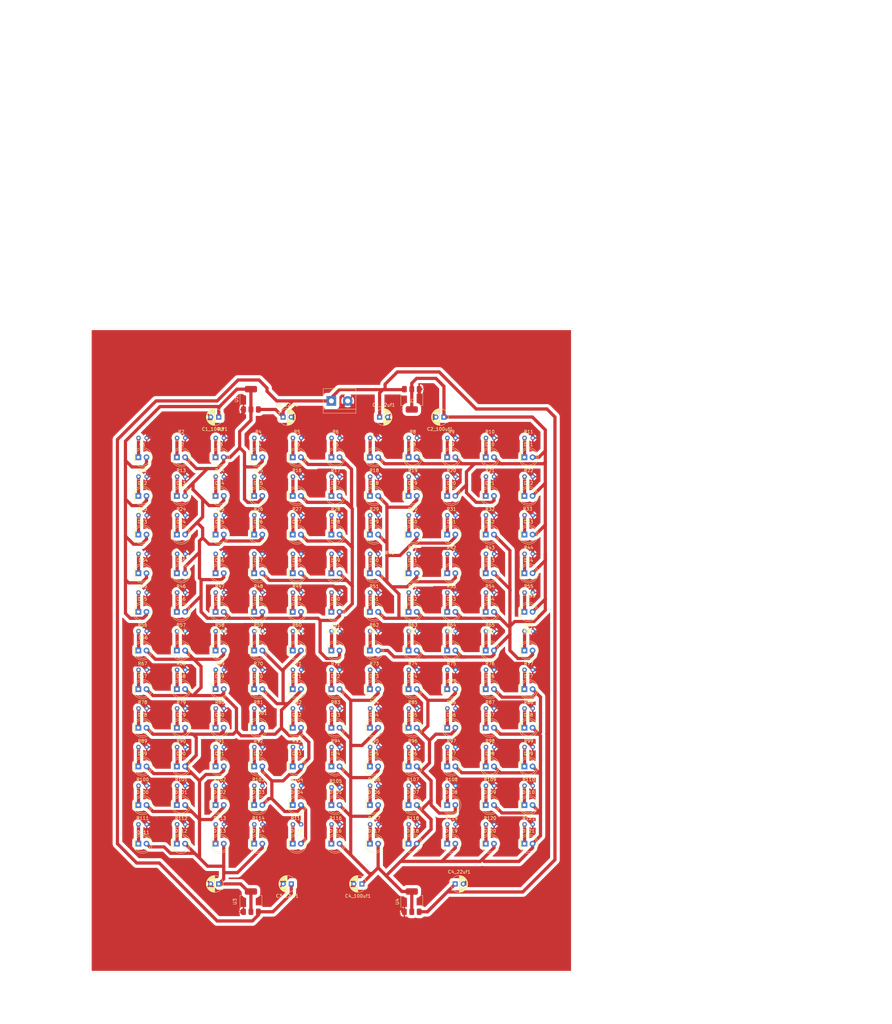
<source format=kicad_pcb>
(kicad_pcb (version 20240108) (generator "pcbnew") (generator_version "8.0")
  (layers (0 "F.Cu" signal) (31 "B.Cu" signal) (34 "B.Paste" user) (35 "F.Paste" user) (36 "B.SilkS" user "B.Silkscreen") (37 "F.SilkS" user "F.Silkscreen") (38 "B.Mask" user) (39 "F.Mask" user) (44 "Edge.Cuts" user))
  (net 0 "")
  (net 1 "GND")
  (net 2 "12V")
  (net 3 "3.3V1")
  (net 4 "3.3V2")
  (net 5 "Net-(D1-K)")
  (net 6 "Net-(D2-K)")
  (net 7 "Net-(D3-K)")
  (net 8 "Net-(D4-K)")
  (net 9 "Net-(D5-K)")
  (net 10 "Net-(D6-K)")
  (net 11 "Net-(D7-K)")
  (net 12 "Net-(D8-K)")
  (net 13 "Net-(D9-K)")
  (net 14 "Net-(D10-K)")
  (net 15 "Net-(D11-K)")
  (net 16 "Net-(D12-K)")
  (net 17 "Net-(D13-K)")
  (net 18 "Net-(D14-K)")
  (net 19 "Net-(D15-K)")
  (net 20 "Net-(D16-K)")
  (net 21 "Net-(D17-K)")
  (net 22 "Net-(D18-K)")
  (net 23 "Net-(D19-K)")
  (net 24 "Net-(D20-K)")
  (net 25 "Net-(D21-K)")
  (net 26 "Net-(D22-K)")
  (net 27 "Net-(D23-K)")
  (net 28 "Net-(D24-K)")
  (net 29 "Net-(D25-K)")
  (net 30 "Net-(D26-K)")
  (net 31 "Net-(D27-K)")
  (net 32 "Net-(D28-K)")
  (net 33 "Net-(D29-K)")
  (net 34 "Net-(D30-K)")
  (net 35 "Net-(D31-K)")
  (net 36 "Net-(D32-K)")
  (net 37 "Net-(D33-K)")
  (net 38 "Net-(D34-K)")
  (net 39 "Net-(D35-K)")
  (net 40 "Net-(D36-K)")
  (net 41 "Net-(D37-K)")
  (net 42 "Net-(D38-K)")
  (net 43 "Net-(D39-K)")
  (net 44 "Net-(D40-K)")
  (net 45 "Net-(D41-K)")
  (net 46 "3.3V3")
  (net 47 "3.3V4")
  (net 48 "Net-(D43-K)")
  (net 49 "Net-(D44-K)")
  (net 50 "Net-(D45-K)")
  (net 51 "Net-(D46-K)")
  (net 52 "Net-(D47-K)")
  (net 53 "Net-(D48-K)")
  (net 54 "Net-(D49-K)")
  (net 55 "Net-(D50-K)")
  (net 56 "Net-(D51-K)")
  (net 57 "Net-(D52-K)")
  (net 58 "Net-(D53-K)")
  (net 59 "Net-(D54-K)")
  (net 60 "Net-(D55-K)")
  (net 61 "Net-(D56-K)")
  (net 62 "Net-(D57-K)")
  (net 63 "Net-(D58-K)")
  (net 64 "Net-(D59-K)")
  (net 65 "Net-(D60-K)")
  (net 66 "Net-(D61-K)")
  (net 67 "Net-(D62-K)")
  (net 68 "Net-(D63-K)")
  (net 69 "Net-(D64-K)")
  (net 70 "Net-(D65-K)")
  (net 71 "Net-(D66-K)")
  (net 72 "Net-(D67-K)")
  (net 73 "Net-(D68-K)")
  (net 74 "Net-(D69-K)")
  (net 75 "Net-(D70-K)")
  (net 76 "Net-(D71-K)")
  (net 77 "Net-(D72-K)")
  (net 78 "Net-(D73-K)")
  (net 79 "Net-(D74-K)")
  (net 80 "Net-(D75-K)")
  (net 81 "Net-(D76-K)")
  (net 82 "Net-(D77-K)")
  (net 83 "Net-(D78-K)")
  (net 84 "Net-(D79-K)")
  (net 85 "Net-(D80-K)")
  (net 86 "Net-(D81-K)")
  (net 87 "Net-(D82-K)")
  (net 88 "Net-(D83-K)")
  (net 89 "Net-(D84-K)")
  (net 90 "Net-(D85-K)")
  (net 91 "Net-(D86-K)")
  (net 92 "Net-(D87-K)")
  (net 93 "Net-(D88-K)")
  (net 94 "Net-(D89-K)")
  (net 95 "Net-(D90-K)")
  (net 96 "Net-(D91-K)")
  (net 97 "Net-(D92-K)")
  (net 98 "Net-(D93-K)")
  (net 99 "Net-(D94-K)")
  (net 100 "Net-(D95-K)")
  (net 101 "Net-(D96-K)")
  (net 102 "Net-(D97-K)")
  (net 103 "Net-(D98-K)")
  (net 104 "Net-(D99-K)")
  (net 105 "Net-(D100-K)")
  (net 106 "Net-(D101-K)")
  (net 107 "Net-(D102-K)")
  (net 108 "Net-(D103-K)")
  (net 109 "Net-(D104-K)")
  (net 110 "Net-(D105-K)")
  (net 111 "Net-(D106-K)")
  (net 112 "Net-(D107-K)")
  (net 113 "Net-(D108-K)")
  (net 114 "Net-(D109-K)")
  (net 115 "Net-(D110-K)")
  (net 116 "Net-(D111-K)")
  (net 117 "Net-(D112-K)")
  (net 118 "Net-(D113-K)")
  (net 119 "Net-(D114-K)")
  (net 120 "Net-(D115-K)")
  (net 121 "Net-(D116-K)")
  (net 122 "Net-(D117-K)")
  (net 123 "Net-(D118-K)")
  (net 124 "Net-(D119-K)")
  (net 125 "Net-(D120-K)")
  (net 126 "Net-(D121-K)")
  (net 127 "Net-(D42-K)")
  (footprint "Resistor_THT:R_Axial_DIN0204_L3.6mm_D1.6mm_P2.54mm_Vertical" (layer "F.Cu") (at 124.555 51)
    (property "Reference" "R15")
    (property "Value" "R")
  )
  (footprint "Resistor_THT:R_Axial_DIN0204_L3.6mm_D1.6mm_P2.54mm_Vertical" (layer "F.Cu") (at 100.555 159)
    (property "Reference" "R112")
    (property "Value" "R")
  )
  (footprint "Resistor_THT:R_Axial_DIN0204_L3.6mm_D1.6mm_P2.54mm_Vertical" (layer "F.Cu") (at 172.555 135)
    (property "Reference" "R96")
    (property "Value" "R")
  )
  (footprint "Resistor_THT:R_Axial_DIN0204_L3.6mm_D1.6mm_P2.54mm_Vertical" (layer "F.Cu") (at 172.555 159)
    (property "Reference" "R118")
    (property "Value" "R")
  )
  (footprint "LED_THT:LED_D5.0mm" (layer "F.Cu") (at 124.5 93)
    (property "Reference" "D48")
    (property "Value" "LED")
  )
  (footprint "LED_THT:LED_D5.0mm" (layer "F.Cu") (at 148.5 153)
    (property "Reference" "D105")
    (property "Value" "LED")
  )
  (footprint "LED_THT:LED_D5.0mm" (layer "F.Cu") (at 148.5 117)
    (property "Reference" "D72")
    (property "Value" "LED")
  )
  (footprint "LED_THT:LED_D5.0mm" (layer "F.Cu") (at 172.5 165)
    (property "Reference" "D118")
    (property "Value" "LED")
  )
  (footprint "LED_THT:LED_D5.0mm" (layer "F.Cu") (at 184.5 165)
    (property "Reference" "D119")
    (property "Value" "LED")
  )
  (footprint "Resistor_THT:R_Axial_DIN0204_L3.6mm_D1.6mm_P2.54mm_Vertical" (layer "F.Cu") (at 160.555 99)
    (property "Reference" "R62")
    (property "Value" "R")
  )
  (footprint "LED_THT:LED_D5.0mm" (layer "F.Cu") (at 148.5 57)
    (property "Reference" "D17")
    (property "Value" "LED")
  )
  (footprint "Resistor_THT:R_Axial_DIN0204_L3.6mm_D1.6mm_P2.54mm_Vertical" (layer "F.Cu") (at 100.555 63)
    (property "Reference" "R24")
    (property "Value" "R")
  )
  (footprint "Resistor_THT:R_Axial_DIN0204_L3.6mm_D1.6mm_P2.54mm_Vertical" (layer "F.Cu") (at 196.555 159)
    (property "Reference" "R120")
    (property "Value" "R")
  )
  (footprint "Resistor_THT:R_Axial_DIN0204_L3.6mm_D1.6mm_P2.54mm_Vertical" (layer "F.Cu") (at 124.555 123)
    (property "Reference" "R81")
    (property "Value" "R")
  )
  (footprint "LED_THT:LED_D5.0mm" (layer "F.Cu") (at 184.5 45)
    (property "Reference" "D9")
    (property "Value" "LED")
  )
  (footprint "LED_THT:LED_D5.0mm" (layer "F.Cu") (at 148.5 105)
    (property "Reference" "D61")
    (property "Value" "LED")
  )
  (footprint "Resistor_THT:R_Axial_DIN0204_L3.6mm_D1.6mm_P2.54mm_Vertical" (layer "F.Cu") (at 148.555 63)
    (property "Reference" "R28")
    (property "Value" "R")
  )
  (footprint "LED_THT:LED_D5.0mm" (layer "F.Cu") (at 124.5 57)
    (property "Reference" "D15")
    (property "Value" "LED")
  )
  (footprint "LED_THT:LED_D5.0mm" (layer "F.Cu") (at 208.5 45)
    (property "Reference" "D11")
    (property "Value" "LED")
  )
  (footprint "LED_THT:LED_D5.0mm" (layer "F.Cu") (at 136.5 165)
    (property "Reference" "D115")
    (property "Value" "LED")
  )
  (footprint "LED_THT:LED_D5.0mm" (layer "F.Cu") (at 124.5 129)
    (property "Reference" "D81")
    (property "Value" "LED")
  )
  (footprint "LED_THT:LED_D5.0mm" (layer "F.Cu") (at 208.5 69)
    (property "Reference" "D33")
    (property "Value" "LED")
  )
  (footprint "LED_THT:LED_D5.0mm" (layer "F.Cu") (at 100.5 141)
    (property "Reference" "D90")
    (property "Value" "LED")
  )
  (footprint "Capacitor_THT:CP_Radial_D5.0mm_P2.50mm" (layer "F.Cu") (at 133.5 32.5)
    (property "Reference" "C1_22uf1")
    (property "Value" "C_Polarized")
  )
  (footprint "Resistor_THT:R_Axial_DIN0204_L3.6mm_D1.6mm_P2.54mm_Vertical" (layer "F.Cu") (at 184.555 39)
    (property "Reference" "R9")
    (property "Value" "R")
  )
  (footprint "LED_THT:LED_D5.0mm" (layer "F.Cu") (at 136.5 129)
    (property "Reference" "D82")
    (property "Value" "LED")
  )
  (footprint "Resistor_THT:R_Axial_DIN0204_L3.6mm_D1.6mm_P2.54mm_Vertical" (layer "F.Cu") (at 148.555 75)
    (property "Reference" "R39" (hide yes))
    (property "Value" "R")
  )
  (footprint "Resistor_THT:R_Axial_DIN0204_L3.6mm_D1.6mm_P2.54mm_Vertical" (layer "F.Cu") (at 112.555 99)
    (property "Reference" "R58")
    (property "Value" "R")
  )
  (footprint "LED_THT:LED_D5.0mm" (layer "F.Cu") (at 148.5 45)
    (property "Reference" "D6")
    (property "Value" "LED")
  )
  (footprint "Resistor_THT:R_Axial_DIN0204_L3.6mm_D1.6mm_P2.54mm_Vertical" (layer "F.Cu") (at 136.555 159)
    (property "Reference" "R115")
    (property "Value" "R")
  )
  (footprint "Resistor_THT:R_Axial_DIN0204_L3.6mm_D1.6mm_P2.54mm_Vertical" (layer "F.Cu") (at 88.555 63)
    (property "Reference" "R23")
    (property "Value" "R")
  )
  (footprint "LED_THT:LED_D5.0mm" (layer "F.Cu") (at 208.5 165)
    (property "Reference" "D121")
    (property "Value" "LED")
  )
  (footprint "LED_THT:LED_D5.0mm" (layer "F.Cu") (at 208.5 117)
    (property "Reference" "D77")
    (property "Value" "LED")
  )
  (footprint "LED_THT:LED_D5.0mm" (layer "F.Cu") (at 196.5 141)
    (property "Reference" "D98")
    (property "Value" "LED")
  )
  (footprint "LED_THT:LED_D5.0mm" (layer "F.Cu") (at 196.5 117)
    (property "Reference" "D76")
    (property "Value" "LED")
  )
  (footprint "LED_THT:LED_D5.0mm" (layer "F.Cu") (at 184.5 93)
    (property "Reference" "D53")
    (property "Value" "LED")
  )
  (footprint "Resistor_THT:R_Axial_DIN0204_L3.6mm_D1.6mm_P2.54mm_Vertical" (layer "F.Cu") (at 148.555 99)
    (property "Reference" "R61")
    (property "Value" "R")
  )
  (footprint "Resistor_THT:R_Axial_DIN0204_L3.6mm_D1.6mm_P2.54mm_Vertical" (layer "F.Cu") (at 208.555 87)
    (property "Reference" "R55")
    (property "Value" "R")
  )
  (footprint "LED_THT:LED_D5.0mm" (layer "F.Cu") (at 88.5 93)
    (property "Reference" "D45")
    (property "Value" "LED")
  )
  (footprint "LED_THT:LED_D5.0mm" (layer "F.Cu") (at 172.5 69)
    (property "Reference" "D30")
    (property "Value" "LED")
  )
  (footprint "Resistor_THT:R_Axial_DIN0204_L3.6mm_D1.6mm_P2.54mm_Vertical" (layer "F.Cu") (at 136.555 87)
    (property "Reference" "R49")
    (property "Value" "R")
  )
  (footprint "Resistor_THT:R_Axial_DIN0204_L3.6mm_D1.6mm_P2.54mm_Vertical" (layer "F.Cu") (at 196.555 135)
    (property "Reference" "R98")
    (property "Value" "R")
  )
  (footprint "LED_THT:LED_D5.0mm" (layer "F.Cu") (at 136.5 117)
    (property "Reference" "D71")
    (property "Value" "LED")
  )
  (footprint "LED_THT:LED_D5.0mm" (layer "F.Cu") (at 172.5 129)
    (property "Reference" "D85")
    (property "Value" "LED")
  )
  (footprint "Resistor_THT:R_Axial_DIN0204_L3.6mm_D1.6mm_P2.54mm_Vertical" (layer "F.Cu") (at 100.555 147)
    (property "Reference" "R101")
    (property "Value" "R")
  )
  (footprint "Resistor_THT:R_Axial_DIN0204_L3.6mm_D1.6mm_P2.54mm_Vertical" (layer "F.Cu") (at 196.555 51)
    (property "Reference" "R21")
    (property "Value" "R")
  )
  (footprint "Resistor_THT:R_Axial_DIN0204_L3.6mm_D1.6mm_P2.54mm_Vertical" (layer "F.Cu") (at 208.555 99)
    (property "Reference" "R66")
    (property "Value" "R")
  )
  (footprint "Resistor_THT:R_Axial_DIN0204_L3.6mm_D1.6mm_P2.54mm_Vertical" (layer "F.Cu") (at 136.555 39)
    (property "Reference" "R5")
    (property "Value" "R")
  )
  (footprint "LED_THT:LED_D5.0mm" (layer "F.Cu") (at 100.5 165)
    (property "Reference" "D112")
    (property "Value" "LED")
  )
  (footprint "LED_THT:LED_D5.0mm" (layer "F.Cu") (at 124.5 81)
    (property "Reference" "D37")
    (property "Value" "LED")
  )
  (footprint "Resistor_THT:R_Axial_DIN0204_L3.6mm_D1.6mm_P2.54mm_Vertical" (layer "F.Cu") (at 100.555 75)
    (property "Reference" "R35" (hide yes))
    (property "Value" "R")
  )
  (footprint "LED_THT:LED_D5.0mm" (layer "F.Cu") (at 124.5 153)
    (property "Reference" "D103")
    (property "Value" "LED")
  )
  (footprint "Resistor_THT:R_Axial_DIN0204_L3.6mm_D1.6mm_P2.54mm_Vertical" (layer "F.Cu") (at 112.555 135)
    (property "Reference" "R91")
    (property "Value" "R")
  )
  (footprint "LED_THT:LED_D5.0mm" (layer "F.Cu") (at 88.5 165)
    (property "Reference" "D111")
    (property "Value" "LED")
  )
  (footprint "LED_THT:LED_D5.0mm" (layer "F.Cu") (at 196.5 129)
    (property "Reference" "D87")
    (property "Value" "LED")
  )
  (footprint "Resistor_THT:R_Axial_DIN0204_L3.6mm_D1.6mm_P2.54mm_Vertical" (layer "F.Cu") (at 112.555 63)
    (property "Reference" "R25")
    (property "Value" "R")
  )
  (footprint "Resistor_THT:R_Axial_DIN0204_L3.6mm_D1.6mm_P2.54mm_Vertical" (layer "F.Cu") (at 88.555 111)
    (property "Reference" "R67")
    (property "Value" "R")
  )
  (footprint "LED_THT:LED_D5.0mm" (layer "F.Cu") (at 112.5 117)
    (property "Reference" "D69")
    (property "Value" "LED")
  )
  (footprint "Resistor_THT:R_Axial_DIN0204_L3.6mm_D1.6mm_P2.54mm_Vertical" (layer "F.Cu") (at 160.555 123)
    (property "Reference" "R84")
    (property "Value" "R")
  )
  (footprint "LED_THT:LED_D5.0mm" (layer "F.Cu") (at 196.5 93)
    (property "Reference" "D54")
    (property "Value" "LED")
  )
  (footprint "Resistor_THT:R_Axial_DIN0204_L3.6mm_D1.6mm_P2.54mm_Vertical" (layer "F.Cu") (at 172.555 75)
    (property "Reference" "R41")
    (property "Value" "R")
  )
  (footprint "Resistor_THT:R_Axial_DIN0204_L3.6mm_D1.6mm_P2.54mm_Vertical" (layer "F.Cu") (at 196.555 123)
    (property "Reference" "R87")
    (property "Value" "R")
  )
  (footprint "LED_THT:LED_D5.0mm" (layer "F.Cu") (at 100.5 57)
    (property "Reference" "D13")
    (property "Value" "LED")
  )
  (footprint "Resistor_THT:R_Axial_DIN0204_L3.6mm_D1.6mm_P2.54mm_Vertical" (layer "F.Cu") (at 160.555 159)
    (property "Reference" "R117")
    (property "Value" "R")
  )
  (footprint "LED_THT:LED_D5.0mm" (layer "F.Cu") (at 112.5 45)
    (property "Reference" "D3")
    (property "Value" "LED")
  )
  (footprint "LED_THT:LED_D5.0mm" (layer "F.Cu") (at 208.5 105)
    (property "Reference" "D66")
    (property "Value" "LED")
  )
  (footprint "Resistor_THT:R_Axial_DIN0204_L3.6mm_D1.6mm_P2.54mm_Vertical" (layer "F.Cu") (at 148.555 51)
    (property "Reference" "R17")
    (property "Value" "R")
  )
  (footprint "LED_THT:LED_D5.0mm" (layer "F.Cu") (at 124.5 117)
    (property "Reference" "D70")
    (property "Value" "LED")
  )
  (footprint "LED_THT:LED_D5.0mm" (layer "F.Cu") (at 148.5 129)
    (property "Reference" "D83")
    (property "Value" "LED")
  )
  (footprint "LED_THT:LED_D5.0mm" (layer "F.Cu") (at 88.5 81)
    (property "Reference" "D34")
    (property "Value" "LED")
  )
  (footprint "LED_THT:LED_D5.0mm" (layer "F.Cu") (at 88.5 105)
    (property "Reference" "D56")
    (property "Value" "LED")
  )
  (footprint "LED_THT:LED_D5.0mm" (layer "F.Cu") (at 88.5 141)
    (property "Reference" "D89")
    (property "Value" "LED")
  )
  (footprint "Resistor_THT:R_Axial_DIN0204_L3.6mm_D1.6mm_P2.54mm_Vertical" (layer "F.Cu") (at 196.555 147)
    (property "Reference" "R109")
    (property "Value" "R")
  )
  (footprint "LED_THT:LED_D5.0mm" (layer "F.Cu") (at 112.5 69)
    (property "Reference" "D25")
    (property "Value" "LED")
  )
  (footprint "LED_THT:LED_D5.0mm" (layer "F.Cu") (at 136.5 93)
    (property "Reference" "D49")
    (property "Value" "LED")
  )
  (footprint "LED_THT:LED_D5.0mm" (layer "F.Cu") (at 100.5 117)
    (property "Reference" "D68")
    (property "Value" "LED")
  )
  (footprint "Resistor_THT:R_Axial_DIN0204_L3.6mm_D1.6mm_P2.54mm_Vertical" (layer "F.Cu") (at 208.555 135)
    (property "Reference" "R99")
    (property "Value" "R")
  )
  (footprint "LED_THT:LED_D5.0mm" (layer "F.Cu") (at 136.5 57)
    (property "Reference" "D16" (hide yes))
    (property "Value" "LED")
  )
  (footprint "Resistor_THT:R_Axial_DIN0204_L3.6mm_D1.6mm_P2.54mm_Vertical" (layer "F.Cu") (at 208.555 111)
    (property "Reference" "R77")
    (property "Value" "R")
  )
  (footprint "Resistor_THT:R_Axial_DIN0204_L3.6mm_D1.6mm_P2.54mm_Vertical" (layer "F.Cu") (at 88.555 51)
    (property "Reference" "R12")
    (property "Value" "R")
  )
  (footprint "LED_THT:LED_D5.0mm" (layer "F.Cu") (at 208.5 81)
    (property "Reference" "D44")
    (property "Value" "LED")
  )
  (footprint "Resistor_THT:R_Axial_DIN0204_L3.6mm_D1.6mm_P2.54mm_Vertical" (layer "F.Cu") (at 208.555 147)
    (property "Reference" "R110")
    (property "Value" "R")
  )
  (footprint "LED_THT:LED_D5.0mm" (layer "F.Cu") (at 172.5 141)
    (property "Reference" "D96")
    (property "Value" "LED")
  )
  (footprint "Resistor_THT:R_Axial_DIN0204_L3.6mm_D1.6mm_P2.54mm_Vertical" (layer "F.Cu") (at 208.555 159)
    (property "Reference" "R121")
    (property "Value" "R")
  )
  (footprint "LED_THT:LED_D5.0mm" (layer "F.Cu") (at 184.5 153)
    (property "Reference" "D108")
    (property "Value" "LED")
  )
  (footprint "LED_THT:LED_D5.0mm" (layer "F.Cu") (at 148.5 141)
    (property "Reference" "D94")
    (property "Value" "LED")
  )
  (footprint "Resistor_THT:R_Axial_DIN0204_L3.6mm_D1.6mm_P2.54mm_Vertical" (layer "F.Cu") (at 160.555 51)
    (property "Reference" "R18")
    (property "Value" "R")
  )
  (footprint "LED_THT:LED_D5.0mm" (layer "F.Cu") (at 124.5 165)
    (property "Reference" "D114")
    (property "Value" "LED")
  )
  (footprint "TerminalBlock:TerminalBlock_bornier-2_P5.08mm" (layer "F.Cu") (at 148.5 27.5)
    (property "Reference" "Supply1" (hide yes))
    (property "Value" "Screw_Terminal_01x02")
  )
  (footprint "LED_THT:LED_D5.0mm" (layer "F.Cu") (at 208.5 141)
    (property "Reference" "D99")
    (property "Value" "LED")
  )
  (footprint "LED_THT:LED_D5.0mm" (layer "F.Cu") (at 148.5 69)
    (property "Reference" "D28")
    (property "Value" "LED")
  )
  (footprint "Package_TO_SOT_SMD:SOT-223-3_TabPin2" (layer "F.Cu") (at 123.5 27 90)
    (property "Reference" "U1")
    (property "Value" "AMS1117")
  )
  (footprint "LED_THT:LED_D5.0mm" (layer "F.Cu") (at 184.5 105)
    (property "Reference" "D64")
    (property "Value" "LED")
  )
  (footprint "LED_THT:LED_D5.0mm" (layer "F.Cu") (at 136.5 69)
    (property "Reference" "D27")
    (property "Value" "LED")
  )
  (footprint "LED_THT:LED_D5.0mm" (layer "F.Cu") (at 208.5 57)
    (property "Reference" "D22")
    (property "Value" "LED")
  )
  (footprint "Resistor_THT:R_Axial_DIN0204_L3.6mm_D1.6mm_P2.54mm_Vertical" (layer "F.Cu") (at 88.555 99)
    (property "Reference" "R56")
    (property "Value" "R")
  )
  (footprint "LED_THT:LED_D5.0mm" (layer "F.Cu") (at 196.5 45)
    (property "Reference" "D10")
    (property "Value" "LED")
  )
  (footprint "Resistor_THT:R_Axial_DIN0204_L3.6mm_D1.6mm_P2.54mm_Vertical" (layer "F.Cu") (at 112.555 87)
    (property "Reference" "R47")
    (property "Value" "R")
  )
  (footprint "Package_TO_SOT_SMD:SOT-223-3_TabPin2" (layer "F.Cu") (at 173.5 27 -90)
    (property "Reference" "U2")
    (property "Value" "AMS1117")
  )
  (footprint "Resistor_THT:R_Axial_DIN0204_L3.6mm_D1.6mm_P2.54mm_Vertical" (layer "F.Cu") (at 172.555 63)
    (property "Reference" "R30")
    (property "Value" "R")
  )
  (footprint "LED_THT:LED_D5.0mm" (layer "F.Cu") (at 112.5 153)
    (property "Reference" "D102")
    (property "Value" "LED")
  )
  (footprint "LED_THT:LED_D5.0mm" (layer "F.Cu") (at 112.5 57)
    (property "Reference" "D14")
    (property "Value" "LED")
  )
  (footprint "Resistor_THT:R_Axial_DIN0204_L3.6mm_D1.6mm_P2.54mm_Vertical" (layer "F.Cu") (at 112.555 111)
    (property "Reference" "R69")
    (property "Value" "R")
  )
  (footprint "LED_THT:LED_D5.0mm" (layer "F.Cu") (at 100.5 153)
    (property "Reference" "D101")
    (property "Value" "LED")
  )
  (footprint "Capacitor_THT:CP_Radial_D5.0mm_P2.50mm" (layer "F.Cu") (at 113.5 32.5 180)
    (property "Reference" "C1_100uf1")
    (property "Value" "C_Polarized")
  )
  (footprint "Resistor_THT:R_Axial_DIN0204_L3.6mm_D1.6mm_P2.54mm_Vertical" (layer "F.Cu") (at 100.555 99)
    (property "Reference" "R57")
    (property "Value" "R")
  )
  (footprint "Resistor_THT:R_Axial_DIN0204_L3.6mm_D1.6mm_P2.54mm_Vertical" (layer "F.Cu") (at 172.555 51)
    (property "Reference" "R19")
    (property "Value" "R")
  )
  (footprint "Resistor_THT:R_Axial_DIN0204_L3.6mm_D1.6mm_P2.54mm_Vertical" (layer "F.Cu") (at 112.555 39)
    (property "Reference" "R3")
    (property "Value" "R")
  )
  (footprint "Resistor_THT:R_Axial_DIN0204_L3.6mm_D1.6mm_P2.54mm_Vertical" (layer "F.Cu") (at 196.555 75)
    (property "Reference" "R43")
    (property "Value" "R")
  )
  (footprint "LED_THT:LED_D5.0mm" (layer "F.Cu") (at 112.5 93)
    (property "Reference" "D47")
    (property "Value" "LED")
  )
  (footprint "LED_THT:LED_D5.0mm" (layer "F.Cu") (at 184.5 129)
    (property "Reference" "D86")
    (property "Value" "LED")
  )
  (footprint "Resistor_THT:R_Axial_DIN0204_L3.6mm_D1.6mm_P2.54mm_Vertical" (layer "F.Cu") (at 184.555 75)
    (property "Reference" "R42")
    (property "Value" "R")
  )
  (footprint "Resistor_THT:R_Axial_DIN0204_L3.6mm_D1.6mm_P2.54mm_Vertical" (layer "F.Cu") (at 172.555 87)
    (property "Reference" "R52")
    (property "Value" "R")
  )
  (footprint "Resistor_THT:R_Axial_DIN0204_L3.6mm_D1.6mm_P2.54mm_Vertical" (layer "F.Cu") (at 88.555 123)
    (property "Reference" "R78")
    (property "Value" "R")
  )
  (footprint "LED_THT:LED_D5.0mm" (layer "F.Cu") (at 136.5 153)
    (property "Reference" "D104")
    (property "Value" "LED")
  )
  (footprint "Package_TO_SOT_SMD:SOT-223-3_TabPin2" (layer "F.Cu") (at 123.5 183 90)
    (property "Reference" "U3")
    (property "Value" "AMS1117")
  )
  (footprint "LED_THT:LED_D5.0mm" (layer "F.Cu") (at 148.5 93)
    (property "Reference" "D50")
    (property "Value" "LED")
  )
  (footprint "Resistor_THT:R_Axial_DIN0204_L3.6mm_D1.6mm_P2.54mm_Vertical" (layer "F.Cu") (at 136.555 99)
    (property "Reference" "R60")
    (property "Value" "R")
  )
  (footprint "Resistor_THT:R_Axial_DIN0204_L3.6mm_D1.6mm_P2.54mm_Vertical" (layer "F.Cu") (at 124.555 147)
    (property "Reference" "R103")
    (property "Value" "R")
  )
  (footprint "LED_THT:LED_D5.0mm" (layer "F.Cu") (at 160.5 57)
    (property "Reference" "D18")
    (property "Value" "LED")
  )
  (footprint "Capacitor_THT:CP_Radial_D5.0mm_P2.50mm" (layer "F.Cu") (at 183.5 32.5 180)
    (property "Reference" "C2_100uf1")
    (property "Value" "C_Polarized")
  )
  (footprint "Resistor_THT:R_Axial_DIN0204_L3.6mm_D1.6mm_P2.54mm_Vertical" (layer "F.Cu") (at 160.555 147)
    (property "Reference" "R106")
    (property "Value" "R")
  )
  (footprint "LED_THT:LED_D5.0mm" (layer "F.Cu") (at 88.5 69)
    (property "Reference" "D23")
    (property "Value" "LED")
  )
  (footprint "Resistor_THT:R_Axial_DIN0204_L3.6mm_D1.6mm_P2.54mm_Vertical" (layer "F.Cu") (at 88.555 135)
    (property "Reference" "R89")
    (property "Value" "R")
  )
  (footprint "LED_THT:LED_D5.0mm" (layer "F.Cu") (at 208.5 93)
    (property "Reference" "D55")
    (property "Value" "LED")
  )
  (footprint "Resistor_THT:R_Axial_DIN0204_L3.6mm_D1.6mm_P2.54mm_Vertical" (layer "F.Cu") (at 88.555 75)
    (property "Reference" "R34" (hide yes))
    (property "Value" "R" (hide yes))
  )
  (footprint "LED_THT:LED_D5.0mm" (layer "F.Cu") (at 196.5 69)
    (property "Reference" "D32")
    (property "Value" "LED")
  )
  (footprint "LED_THT:LED_D5.0mm" (layer "F.Cu") (at 136.5 141)
    (property "Reference" "D93")
    (property "Value" "LED")
  )
  (footprint "Resistor_THT:R_Axial_DIN0204_L3.6mm_D1.6mm_P2.54mm_Vertical" (layer "F.Cu") (at 184.555 159)
    (property "Reference" "R119")
    (property "Value" "R")
  )
  (footprint "LED_THT:LED_D5.0mm" (layer "F.Cu") (at 88.5 117)
    (property "Reference" "D67")
    (property "Value" "LED")
  )
  (footprint "Resistor_THT:R_Axial_DIN0204_L3.6mm_D1.6mm_P2.54mm_Vertical" (layer "F.Cu") (at 208.555 75)
    (property "Reference" "R44")
    (property "Value" "R")
  )
  (footprint "LED_THT:LED_D5.0mm" (layer "F.Cu") (at 172.5 105)
    (property "Reference" "D63")
    (property "Value" "LED")
  )
  (footprint "Resistor_THT:R_Axial_DIN0204_L3.6mm_D1.6mm_P2.54mm_Vertical" (layer "F.Cu") (at 148.555 111)
    (property "Reference" "R72")
    (property "Value" "R")
  )
  (footprint "LED_THT:LED_D5.0mm" (layer "F.Cu") (at 136.5 105)
    (property "Reference" "D60")
    (property "Value" "LED")
  )
  (footprint "LED_THT:LED_D5.0mm" (layer "F.Cu") (at 100.5 45)
    (property "Reference" "D2")
    (property "Value" "LED")
  )
  (footprint "LED_THT:LED_D5.0mm" (layer "F.Cu") (at 172.5 117)
    (property "Reference" "D74")
    (property "Value" "LED")
  )
  (footprint "Resistor_THT:R_Axial_DIN0204_L3.6mm_D1.6mm_P2.54mm_Vertical" (layer "F.Cu") (at 196.555 39)
    (property "Reference" "R10")
    (property "Value" "R")
  )
  (footprint "LED_THT:LED_D5.0mm" (layer "F.Cu") (at 148.5 165)
    (property "Reference" "D116")
    (property "Value" "LED")
  )
  (footprint "Resistor_THT:R_Axial_DIN0204_L3.6mm_D1.6mm_P2.54mm_Vertical" (layer "F.Cu") (at 124.555 111)
    (property "Reference" "R70")
    (property "Value" "R")
  )
  (footprint "LED_THT:LED_D5.0mm" (layer "F.Cu") (at 124.5 105)
    (property "Reference" "D59")
    (property "Value" "LED")
  )
  (footprint "Resistor_THT:R_Axial_DIN0204_L3.6mm_D1.6mm_P2.54mm_Vertical" (layer "F.Cu") (at 184.555 147)
    (property "Reference" "R108")
    (property "Value" "R")
  )
  (footprint "Resistor_THT:R_Axial_DIN0204_L3.6mm_D1.6mm_P2.54mm_Vertical" (layer "F.Cu") (at 136.555 75)
    (property "Reference" "R38" (hide yes))
    (property "Value" "R")
  )
  (footprint "LED_THT:LED_D5.0mm" (layer "F.Cu") (at 184.5 57)
    (property "Reference" "D20")
    (property "Value" "LED")
  )
  (footprint "Resistor_THT:R_Axial_DIN0204_L3.6mm_D1.6mm_P2.54mm_Vertical" (layer "F.Cu") (at 88.555 147)
    (property "Reference" "R100")
    (property "Value" "R")
  )
  (footprint "LED_THT:LED_D5.0mm" (layer "F.Cu") (at 160.5 165)
    (property "Reference" "D117")
    (property "Value" "LED")
  )
  (footprint "Resistor_THT:R_Axial_DIN0204_L3.6mm_D1.6mm_P2.54mm_Vertical" (layer "F.Cu") (at 160.555 87)
    (property "Reference" "R51")
    (property "Value" "R")
  )
  (footprint "Capacitor_THT:CP_Radial_D5.0mm_P2.50mm" (layer "F.Cu") (at 158 177.5 180)
    (property "Reference" "C4_100uf1")
    (property "Value" "C_Polarized")
  )
  (footprint "Resistor_THT:R_Axial_DIN0204_L3.6mm_D1.6mm_P2.54mm_Vertical" (layer "F.Cu") (at 136.555 111)
    (property "Reference" "R71")
    (property "Value" "R")
  )
  (footprint "Resistor_THT:R_Axial_DIN0204_L3.6mm_D1.6mm_P2.54mm_Vertical" (layer "F.Cu") (at 124.555 99)
    (property "Reference" "R59")
    (property "Value" "R")
  )
  (footprint "Resistor_THT:R_Axial_DIN0204_L3.6mm_D1.6mm_P2.54mm_Vertical" (layer "F.Cu") (at 160.555 135)
    (property "Reference" "R95")
    (property "Value" "R")
  )
  (footprint "Resistor_THT:R_Axial_DIN0204_L3.6mm_D1.6mm_P2.54mm_Vertical" (layer "F.Cu") (at 160.555 39)
    (property "Reference" "R7" (hide yes))
    (property "Value" "R")
  )
  (footprint "LED_THT:LED_D5.0mm" (layer "F.Cu") (at 172.5 45)
    (property "Reference" "D8")
    (property "Value" "LED")
  )
  (footprint "Resistor_THT:R_Axial_DIN0204_L3.6mm_D1.6mm_P2.54mm_Vertical" (layer "F.Cu") (at 124.555 63)
    (property "Reference" "R26")
    (property "Value" "R")
  )
  (footprint "Resistor_THT:R_Axial_DIN0204_L3.6mm_D1.6mm_P2.54mm_Vertical" (layer "F.Cu") (at 172.555 111)
    (property "Reference" "R74")
    (property "Value" "R")
  )
  (footprint "LED_THT:LED_D5.0mm" (layer "F.Cu") (at 136.5 81)
    (property "Reference" "D38")
    (property "Value" "LED")
  )
  (footprint "Resistor_THT:R_Axial_DIN0204_L3.6mm_D1.6mm_P2.54mm_Vertical" (layer "F.Cu") (at 112.555 159)
    (property "Reference" "R113")
    (property "Value" "R")
  )
  (footprint "Resistor_THT:R_Axial_DIN0204_L3.6mm_D1.6mm_P2.54mm_Vertical" (layer "F.Cu") (at 136.555 63)
    (property "Reference" "R27")
    (property "Value" "R")
  )
  (footprint "Resistor_THT:R_Axial_DIN0204_L3.6mm_D1.6mm_P2.54mm_Vertical" (layer "F.Cu") (at 136.555 147)
    (property "Reference" "R104")
    (property "Value" "R")
  )
  (footprint "LED_THT:LED_D5.0mm" (layer "F.Cu") (at 160.5 81)
    (property "Reference" "D40")
    (property "Value" "LED")
  )
  (footprint "LED_THT:LED_D5.0mm" (layer "F.Cu") (at 88.5 153)
    (property "Reference" "D100")
    (property "Value" "LED")
  )
  (footprint "LED_THT:LED_D5.0mm" (layer "F.Cu") (at 196.5 153)
    (property "Reference" "D109")
    (property "Value" "LED")
  )
  (footprint "Resistor_THT:R_Axial_DIN0204_L3.6mm_D1.6mm_P2.54mm_Vertical" (layer "F.Cu") (at 160.555 111)
    (property "Reference" "R73")
    (property "Value" "R")
  )
  (footprint "LED_THT:LED_D5.0mm" (layer "F.Cu") (at 112.5 105)
    (property "Reference" "D58")
    (property "Value" "LED")
  )
  (footprint "Resistor_THT:R_Axial_DIN0204_L3.6mm_D1.6mm_P2.54mm_Vertical" (layer "F.Cu") (at 184.555 123)
    (property "Reference" "R86")
    (property "Value" "R")
  )
  (footprint "LED_THT:LED_D5.0mm" (layer "F.Cu") (at 172.5 93)
    (property "Reference" "D52")
    (property "Value" "LED")
  )
  (footprint "Resistor_THT:R_Axial_DIN0204_L3.6mm_D1.6mm_P2.54mm_Vertical" (layer "F.Cu") (at 124.555 135)
    (property "Reference" "R92")
    (property "Value" "R")
  )
  (footprint "LED_THT:LED_D5.0mm" (layer "F.Cu") (at 100.5 93)
    (property "Reference" "D46")
    (property "Value" "LED")
  )
  (footprint "LED_THT:LED_D5.0mm" (layer "F.Cu") (at 172.5 81)
    (property "Reference" "D41")
    (property "Value" "LED")
  )
  (footprint "Resistor_THT:R_Axial_DIN0204_L3.6mm_D1.6mm_P2.54mm_Vertical" (layer "F.Cu") (at 184.555 51)
    (property "Reference" "R20")
    (property "Value" "R")
  )
  (footprint "LED_THT:LED_D5.0mm" (layer "F.Cu") (at 208.5 153)
    (property "Reference" "D110")
    (property "Value" "LED")
  )
  (footprint "LED_THT:LED_D5.0mm" (layer "F.Cu") (at 124.5 45)
    (property "Reference" "D4")
    (property "Value" "LED")
  )
  (footprint "Resistor_THT:R_Axial_DIN0204_L3.6mm_D1.6mm_P2.54mm_Vertical" (layer "F.Cu") (at 208.555 123)
    (property "Reference" "R88")
    (property "Value" "R")
  )
  (footprint "Resistor_THT:R_Axial_DIN0204_L3.6mm_D1.6mm_P2.54mm_Vertical" (layer "F.Cu") (at 184.555 63)
    (property "Reference" "R31")
    (property "Value" "R")
  )
  (footprint "LED_THT:LED_D5.0mm" (layer "F.Cu") (at 196.5 165)
    (property "Reference" "D120")
    (property "Value" "LED")
  )
  (footprint "Resistor_THT:R_Axial_DIN0204_L3.6mm_D1.6mm_P2.54mm_Vertical" (layer "F.Cu") (at 184.555 135)
    (property "Reference" "R97")
    (property "Value" "R")
  )
  (footprint "Resistor_THT:R_Axial_DIN0204_L3.6mm_D1.6mm_P2.54mm_Vertical" (layer "F.Cu") (at 148.555 135)
    (property "Reference" "R94")
    (property "Value" "R")
  )
  (footprint "LED_THT:LED_D5.0mm" (layer "F.Cu") (at 184.5 81)
    (property "Reference" "D42" (hide yes))
    (property "Value" "LED")
  )
  (footprint "LED_THT:LED_D5.0mm" (layer "F.Cu") (at 172.5 57)
    (property "Reference" "D19")
    (property "Value" "LED")
  )
  (footprint "LED_THT:LED_D5.0mm" (layer "F.Cu") (at 100.5 69)
    (property "Reference" "D24")
    (property "Value" "LED")
  )
  (footprint "Resistor_THT:R_Axial_DIN0204_L3.6mm_D1.6mm_P2.54mm_Vertical" (layer "F.Cu") (at 196.555 63)
    (property "Reference" "R32")
    (property "Value" "R")
  )
  (footprint "Resistor_THT:R_Axial_DIN0204_L3.6mm_D1.6mm_P2.54mm_Vertical" (layer "F.Cu") (at 208.555 39)
    (property "Reference" "R11")
    (property "Value" "R")
  )
  (footprint "LED_THT:LED_D5.0mm" (layer "F.Cu") (at 148.5 81)
    (property "Reference" "D39")
    (property "Value" "LED")
  )
  (footprint "LED_THT:LED_D5.0mm" (layer "F.Cu") (at 124.5 141)
    (property "Reference" "D92")
    (property "Value" "LED")
  )
  (footprint "Resistor_THT:R_Axial_DIN0204_L3.6mm_D1.6mm_P2.54mm_Vertical" (layer "F.Cu") (at 124.555 39)
    (property "Reference" "R4")
    (property "Value" "R")
  )
  (footprint "Resistor_THT:R_Axial_DIN0204_L3.6mm_D1.6mm_P2.54mm_Vertical" (layer "F.Cu") (at 148.555 159)
    (property "Reference" "R116")
    (property "Value" "R")
  )
  (footprint "Resistor_THT:R_Axial_DIN0204_L3.6mm_D1.6mm_P2.54mm_Vertical" (layer "F.Cu") (at 148.555 87)
    (property "Reference" "R50" (hide yes))
    (property "Value" "R")
  )
  (footprint "Resistor_THT:R_Axial_DIN0204_L3.6mm_D1.6mm_P2.54mm_Vertical" (layer "F.Cu") (at 88.555 87)
    (property "Reference" "R45")
    (property "Value" "R")
  )
  (footprint "Resistor_THT:R_Axial_DIN0204_L3.6mm_D1.6mm_P2.54mm_Vertical" (layer "F.Cu") (at 184.555 87)
    (property "Reference" "R53")
    (property "Value" "R")
  )
  (footprint "LED_THT:LED_D5.0mm" (layer "F.Cu") (at 112.5 81)
    (property "Reference" "D36")
    (property "Value" "LED")
  )
  (footprint "Resistor_THT:R_Axial_DIN0204_L3.6mm_D1.6mm_P2.54mm_Vertical" (layer "F.Cu") (at 88.555 39)
    (property "Reference" "R1" (hide yes))
    (property "Value" "R")
  )
  (footprint "Resistor_THT:R_Axial_DIN0204_L3.6mm_D1.6mm_P2.54mm_Vertical" (layer "F.Cu") (at 148.555 39)
    (property "Reference" "R6")
    (property "Value" "R")
  )
  (footprint "Resistor_THT:R_Axial_DIN0204_L3.6mm_D1.6mm_P2.54mm_Vertical" (layer "F.Cu") (at 112.555 123)
    (property "Reference" "R80")
    (property "Value" "R")
  )
  (footprint "Resistor_THT:R_Axial_DIN0204_L3.6mm_D1.6mm_P2.54mm_Vertical" (layer "F.Cu") (at 172.555 99)
    (property "Reference" "R63")
    (property "Value" "R")
  )
  (footprint "Resistor_THT:R_Axial_DIN0204_L3.6mm_D1.6mm_P2.54mm_Vertical" (layer "F.Cu") (at 208.555 51)
    (property "Reference" "R22")
    (property "Value" "R")
  )
  (footprint "LED_THT:LED_D5.0mm" (layer "F.Cu") (at 196.5 57)
    (property "Reference" "D21")
    (property "Value" "LED")
  )
  (footprint "Resistor_THT:R_Axial_DIN0204_L3.6mm_D1.6mm_P2.54mm_Vertical" (layer "F.Cu") (at 136.555 135)
    (property "Reference" "R93")
    (property "Value" "R")
  )
  (footprint "Resistor_THT:R_Axial_DIN0204_L3.6mm_D1.6mm_P2.54mm_Vertical" (layer "F.Cu") (at 196.555 111)
    (property "Reference" "R76")
    (property "Value" "R")
  )
  (footprint "LED_THT:LED_D5.0mm" (layer "F.Cu") (at 196.5 81)
    (property "Reference" "D43")
    (property "Value" "LED")
  )
  (footprint "LED_THT:LED_D5.0mm" (layer "F.Cu") (at 208.5 129)
    (property "Reference" "D88")
    (property "Value" "LED")
  )
  (footprint "LED_THT:LED_D5.0mm" (layer "F.Cu") (at 160.5 117)
    (property "Reference" "D73")
    (property "Value" "LED")
  )
  (footprint "LED_THT:LED_D5.0mm" (layer "F.Cu") (at 100.5 81)
    (property "Reference" "D35")
    (property "Value" "LED")
  )
  (footprint "Resistor_THT:R_Axial_DIN0204_L3.6mm_D1.6mm_P2.54mm_Vertical" (layer "F.Cu") (at 100.555 135)
    (property "Reference" "R90")
    (property "Value" "R")
  )
  (footprint "LED_THT:LED_D5.0mm" (layer "F.Cu") (at 196.5 105)
    (property "Reference" "D65")
    (property "Value" "LED")
  )
  (footprint "LED_THT:LED_D5.0mm" (layer "F.Cu") (at 160.5 105)
    (property "Reference" "D62")
    (property "Value" "LED")
  )
  (footprint "LED_THT:LED_D5.0mm" (layer "F.Cu") (at 160.5 93)
    (property "Reference" "D51")
    (property "Value" "LED")
  )
  (footprint "LED_THT:LED_D5.0mm" (layer "F.Cu") (at 136.5 45)
    (property "Reference" "D5")
    (property "Value" "LED")
  )
  (footprint "LED_THT:LED_D5.0mm" (layer "F.Cu") (at 160.5 129)
    (property "Reference" "D84")
    (property "Value" "LED")
  )
  (footprint "LED_THT:LED_D5.0mm" (layer "F.Cu") (at 112.5 141)
    (property "Reference" "D91")
    (property "Value" "LED")
  )
  (footprint "Resistor_THT:R_Axial_DIN0204_L3.6mm_D1.6mm_P2.54mm_Vertical" (layer "F.Cu") (at 184.555 111)
    (property "Reference" "R75")
    (property "Value" "R")
  )
  (footprint "Resistor_THT:R_Axial_DIN0204_L3.6mm_D1.6mm_P2.54mm_Vertical" (layer "F.Cu") (at 136.555 123)
    (property "Reference" "R82")
    (property "Value" "R")
  )
  (footprint "Resistor_THT:R_Axial_DIN0204_L3.6mm_D1.6mm_P2.54mm_Vertical" (layer "F.Cu") (at 136.555 51)
    (property "Reference" "R16")
    (property "Value" "R")
  )
  (footprint "Resistor_THT:R_Axial_DIN0204_L3.6mm_D1.6mm_P2.54mm_Vertical" (layer "F.Cu") (at 112.555 75)
    (property "Reference" "R36" (hide yes))
    (property "Value" "R")
  )
  (footprint "Resistor_THT:R_Axial_DIN0204_L3.6mm_D1.6mm_P2.54mm_Vertical" (layer "F.Cu") (at 100.555 51)
    (property "Reference" "R13")
    (property "Value" "R")
  )
  (footprint "Resistor_THT:R_Axial_DIN0204_L3.6mm_D1.6mm_P2.54mm_Vertical" (layer "F.Cu") (at 160.555 75)
    (property "Reference" "R40")
    (property "Value" "R")
  )
  (footprint "Resistor_THT:R_Axial_DIN0204_L3.6mm_D1.6mm_P2.54mm_Vertical" (layer "F.Cu") (at 184.555 99)
    (property "Reference" "R64")
    (property "Value" "R")
  )
  (footprint "Resistor_THT:R_Axial_DIN0204_L3.6mm_D1.6mm_P2.54mm_Vertical" (layer "F.Cu") (at 124.555 75)
    (property "Reference" "R37" (hide yes))
    (property "Value" "R")
  )
  (footprint "Resistor_THT:R_Axial_DIN0204_L3.6mm_D1.6mm_P2.54mm_Vertical" (layer "F.Cu") (at 208.555 63)
    (property "Reference" "R33")
    (property "Value" "R" (hide yes))
  )
  (footprint "Resistor_THT:R_Axial_DIN0204_L3.6mm_D1.6mm_P2.54mm_Vertical" (layer "F.Cu") (at 148.555 147.5)
    (property "Reference" "R105")
    (property "Value" "R")
  )
  (footprint "LED_THT:LED_D5.0mm" (layer "F.Cu") (at 160.5 141)
    (property "Reference" "D95")
    (property "Value" "LED")
  )
  (footprint "LED_THT:LED_D5.0mm" (layer "F.Cu") (at 184.5 141)
    (property "Reference" "D97")
    (property "Value" "LED")
  )
  (footprint "LED_THT:LED_D5.0mm" (layer "F.Cu") (at 160.5 45)
    (property "Reference" "D7" (hide yes))
    (property "Value" "LED")
  )
  (footprint "LED_THT:LED_D5.0mm" (layer "F.Cu") (at 88.5 45)
    (property "Reference" "D1")
    (property "Value" "LED")
  )
  (footprint "LED_THT:LED_D5.0mm" (layer "F.Cu") (at 160.5 69)
    (property "Reference" "D29")
    (property "Value" "LED")
  )
  (footprint "Resistor_THT:R_Axial_DIN0204_L3.6mm_D1.6mm_P2.54mm_Vertical" (layer "F.Cu") (at 100.555 39)
    (property "Reference" "R2")
    (property "Value" "R" (hide yes))
  )
  (footprint "Package_TO_SOT_SMD:SOT-223-3_TabPin2" (layer "F.Cu") (at 173.5 183 90)
    (property "Reference" "U4")
    (property "Value" "AMS1117")
  )
  (footprint "Resistor_THT:R_Axial_DIN0204_L3.6mm_D1.6mm_P2.54mm_Vertical" (layer "F.Cu") (at 112.555 147)
    (property "Reference" "R102")
    (property "Value" "R")
  )
  (footprint "LED_THT:LED_D5.0mm" (layer "F.Cu") (at 172.5 153)
    (property "Reference" "D107")
    (property "Value" "LED")
  )
  (footprint "LED_THT:LED_D5.0mm" (layer "F.Cu") (at 100.5 129)
    (property "Reference" "D79")
    (property "Value" "LED")
  )
  (footprint "LED_THT:LED_D5.0mm" (layer "F.Cu") (at 112.5 165)
    (property "Reference" "D113")
    (property "Value" "LED")
  )
  (footprint "Capacitor_THT:CP_Radial_D5.0mm_P2.50mm" (layer "F.Cu") (at 113.5 177.5 180)
    (property "Reference" "C3_100uf1" (hide yes))
    (property "Value" "C_Polarized")
  )
  (footprint "Resistor_THT:R_Axial_DIN0204_L3.6mm_D1.6mm_P2.54mm_Vertical" (layer "F.Cu") (at 172.555 39)
    (property "Reference" "R8")
    (property "Value" "R")
  )
  (footprint "Resistor_THT:R_Axial_DIN0204_L3.6mm_D1.6mm_P2.54mm_Vertical" (layer "F.Cu") (at 88.555 159)
    (property "Reference" "R111")
    (property "Value" "R")
  )
  (footprint "Resistor_THT:R_Axial_DIN0204_L3.6mm_D1.6mm_P2.54mm_Vertical" (layer "F.Cu") (at 196.555 99)
    (property "Reference" "R65")
    (property "Value" "R")
  )
  (footprint "Resistor_THT:R_Axial_DIN0204_L3.6mm_D1.6mm_P2.54mm_Vertical" (layer "F.Cu") (at 148.555 123)
    (property "Reference" "R83")
    (property "Value" "R")
  )
  (footprint "Resistor_THT:R_Axial_DIN0204_L3.6mm_D1.6mm_P2.54mm_Vertical" (layer "F.Cu") (at 172.555 123)
    (property "Reference" "R85")
    (property "Value" "R")
  )
  (footprint "LED_THT:LED_D5.0mm" (layer "F.Cu") (at 124.5 69)
    (property "Reference" "D26")
    (property "Value" "LED")
  )
  (footprint "Resistor_THT:R_Axial_DIN0204_L3.6mm_D1.6mm_P2.54mm_Vertical" (layer "F.Cu") (at 112.555 51)
    (property "Reference" "R14")
    (property "Value" "R")
  )
  (footprint "LED_THT:LED_D5.0mm" (layer "F.Cu") (at 184.5 117)
    (property "Reference" "D75")
    (property "Value" "LED")
  )
  (footprint "LED_THT:LED_D5.0mm" (layer "F.Cu") (at 160.5 153)
    (property "Reference" "D106")
    (property "Value" "LED")
  )
  (footprint "Resistor_THT:R_Axial_DIN0204_L3.6mm_D1.6mm_P2.54mm_Vertical" (layer "F.Cu") (at 172.555 147)
    (property "Reference" "R107")
    (property "Value" "R")
  )
  (footprint "Resistor_THT:R_Axial_DIN0204_L3.6mm_D1.6mm_P2.54mm_Vertical" (layer "F.Cu") (at 124.555 87)
    (property "Reference" "R48")
    (property "Value" "R")
  )
  (footprint "Resistor_THT:R_Axial_DIN0204_L3.6mm_D1.6mm_P2.54mm_Vertical" (layer "F.Cu") (at 100.555 123)
    (property "Reference" "R79")
    (property "Value" "R")
  )
  (footprint "Resistor_THT:R_Axial_DIN0204_L3.6mm_D1.6mm_P2.54mm_Vertical" (layer "F.Cu") (at 160.555 63)
    (property "Reference" "R29")
    (property "Value" "R")
  )
  (footprint "LED_THT:LED_D5.0mm" (layer "F.Cu") (at 88.5 129)
    (property "Reference" "D78")
    (property "Value" "LED")
  )
  (footprint "Resistor_THT:R_Axial_DIN0204_L3.6mm_D1.6mm_P2.54mm_Vertical" (layer "F.Cu") (at 196.555 87)
    (property "Reference" "R54")
    (property "Value" "R")
  )
  (footprint "Resistor_THT:R_Axial_DIN0204_L3.6mm_D1.6mm_P2.54mm_Vertical" (layer "F.Cu") (at 124.555 159)
    (property "Reference" "R114")
    (property "Value" "R")
  )
  (footprint "LED_THT:LED_D5.0mm" (layer "F.Cu") (at 100.5 105)
    (property "Reference" "D57")
    (property "Value" "LED")
  )
  (footprint "LED_THT:LED_D5.0mm" (layer "F.Cu") (at 88.5 57)
    (property "Reference" "D12")
    (property "Value" "LED")
  )
  (footprint "Capacitor_THT:CP_Radial_D5.0mm_P2.50mm" (layer "F.Cu") (at 163.5 32.5)
    (property "Reference" "C2_22uf1")
    (property "Value" "C_Polarized")
  )
  (footprint "LED_THT:LED_D5.0mm" (layer "F.Cu") (at 184.5 69)
    (property "Reference" "D31")
    (property "Value" "LED")
  )
  (footprint "LED_THT:LED_D5.0mm" (layer "F.Cu") (at 112.5 129)
    (property "Reference" "D80")
    (property "Value" "LED")
  )
  (footprint "Capacitor_THT:CP_Radial_D5.0mm_P2.50mm" (layer "F.Cu") (at 136.04 177.5 180)
    (property "Reference" "C3_22uf1")
    (property "Value" "C_Polarized")
  )
  (footprint "Resistor_THT:R_Axial_DIN0204_L3.6mm_D1.6mm_P2.54mm_Vertical" (layer "F.Cu") (at 100.555 111)
    (property "Reference" "R68")
    (property "Value" "R")
  )
  (footprint "Capacitor_THT:CP_Radial_D5.0mm_P2.50mm" (layer "F.Cu") (at 187 177.5)
    (property "Reference" "C4_22uf1")
    (property "Value" "C_Polarized")
  )
  (footprint "Resistor_THT:R_Axial_DIN0204_L3.6mm_D1.6mm_P2.54mm_Vertical" (layer "F.Cu") (at 100.555 87)
    (property "Reference" "R46")
    (property "Value" "R")
  )
  (gr_line (start 73.5 205) (end 223.5 205) (stroke (width 0.05)) (layer "Edge.Cuts"))
  (gr_line (start 73.5 5) (end 223.5 5) (stroke (width 0.05)) (layer "Edge.Cuts"))
  (gr_line (start 223.5 5) (end 223.5 205) (stroke (width 0.05)) (layer "Edge.Cuts"))
  (gr_line (start 73.5 205) (end 73.5 5) (stroke (width 0.05)) (layer "Edge.Cuts"))
  (segment (start 161.095 49) (end 173.095 49) (width 1) (layer "F.Cu") (net 1))
  (segment (start 187.095 159) (end 188.64 157.455) (width 1) (layer "F.Cu") (net 1))
  (segment (start 191.5 63.5) (end 191.5 68) (width 1) (layer "F.Cu") (net 1))
  (segment (start 118.5 133.2025) (end 116.8925 133.2025) (width 1) (layer "F.Cu") (net 1))
  (segment (start 130.5475 159) (end 130.5475 158.5475) (width 1) (layer "F.Cu") (net 1))
  (segment (start 116.35 36) (end 113.36863 36) (width 1) (layer "F.Cu") (net 1))
  (segment (start 89.5 133) (end 101.095 133) (width 1) (layer "F.Cu") (net 1))
  (segment (start 101.595 109.5) (end 103.095 111) (width 1) (layer "F.Cu") (net 1))
  (segment (start 118.5 58) (end 118.5 54.405) (width 1) (layer "F.Cu") (net 1))
  (segment (start 166.5 126.405) (end 166.0475 125.9525) (width 1) (layer "F.Cu") (net 1))
  (segment (start 135.19 59.095) (end 137.2975 61.2025) (width 1) (layer "F.Cu") (net 1))
  (segment (start 203 54.905) (end 201.5475 53.4525) (width 1) (layer "F.Cu") (net 1))
  (segment (start 121.095 117) (end 121 117) (width 1) (layer "F.Cu") (net 1))
  (segment (start 118.5 133.2025) (end 125.2975 133.2025) (width 1) (layer "F.Cu") (net 1))
  (segment (start 166.5 150.405) (end 166.5 155.595) (width 1) (layer "F.Cu") (net 1))
  (segment (start 190.5 131.595) (end 190.2975 131.7975) (width 1) (layer "F.Cu") (net 1))
  (segment (start 197 36.5) (end 209.5 36.5) (width 1) (layer "F.Cu") (net 1))
  (segment (start 175.5 36.5) (end 184.595 36.5) (width 1) (layer "F.Cu") (net 1))
  (segment (start 175.095 37.595) (end 175.095 39) (width 1) (layer "F.Cu") (net 1))
  (segment (start 139.095 75) (end 141.095 73) (width 1) (layer "F.Cu") (net 1))
  (segment (start 142.5 51) (end 144.5 49) (width 1) (layer "F.Cu") (net 1))
  (segment (start 113.095 97) (end 115.095 99) (width 1) (layer "F.Cu") (net 1))
  (segment (start 136 32.5) (end 139.5 32.5) (width 1) (layer "F.Cu") (net 1))
  (segment (start 178 58) (end 182.095 58) (width 1) (layer "F.Cu") (net 1))
  (segment (start 173.5 36) (end 177.5 32) (width 1) (layer "F.Cu") (net 1))
  (segment (start 201.095 109) (end 209.095 109) (width 1) (layer "F.Cu") (net 1))
  (segment (start 202.2975 60) (end 203.5 60) (width 1) (layer "F.Cu") (net 1))
  (segment (start 154 101.905) (end 154 100.5) (width 1) (layer "F.Cu") (net 1))
  (segment (start 211.095 123) (end 209.095 121) (width 1) (layer "F.Cu") (net 1))
  (segment (start 108 123) (end 109.82 121.18) (width 1) (layer "F.Cu") (net 1))
  (segment (start 127.095 123) (end 121.095 117) (width 1) (layer "F.Cu") (net 1))
  (segment (start 178 32.5) (end 177.5 32) (width 1) (layer "F.Cu") (net 1))
  (segment (start 196.595 156.5) (end 199.095 159) (width 1) (layer "F.Cu") (net 1))
  (segment (start 211.095 73.595) (end 211.095 75) (width 1) (layer "F.Cu") (net 1))
  (segment (start 177.5 32) (end 177.5 27) (width 1) (layer "F.Cu") (net 1))
  (segment (start 96.595 71.065685) (end 95.029315 69.5) (width 1) (layer "F.Cu") (net 1))
  (segment (start 128.595 133.5) (end 127.095 135) (width 1) (layer "F.Cu") (net 1))
  (segment (start 209.095 109) (end 211.095 111) (width 1) (layer "F.Cu") (net 1))
  (segment (start 130.7975 162.7025) (end 127.095 159) (width 1) (layer "F.Cu") (net 1))
  (segment (start 95.029315 57.5) (end 95.029315 69.5) (width 1) (layer "F.Cu") (net 1))
  (segment (start 151.095 111) (end 154 108.095) (width 1) (layer "F.Cu") (net 1))
  (segment (start 125.095 85) (end 126 85) (width 1) (layer "F.Cu") (net 1))
  (segment (start 119.25 58.75) (end 119.25 58.845) (width 1) (layer "F.Cu") (net 1))
  (segment (start 126.0475 145) (end 127.095 146.0475) (width 1) (layer "F.Cu") (net 1))
  (segment (start 129.595 36.5) (end 127.095 39) (width 1) (layer "F.Cu") (net 1))
  (segment (start 166.5 141.5) (end 166.5 139) (width 1) (layer "F.Cu") (net 1))
  (segment (start 114.75 181.75) (end 111 178) (width 1) (layer "F.Cu") (net 1))
  (segment (start 89.5 133) (end 89.5 133.405) (width 1) (layer "F.Cu") (net 1))
  (segment (start 143.7 146.5) (end 143.7 127.605) (width 1) (layer "F.Cu") (net 1))
  (segment (start 173.5 36) (end 174.75 37.25) (width 1) (layer "F.Cu") (net 1))
  (segment (start 157 82.905) (end 158 81.905) (width 1) (layer "F.Cu") (net 1))
  (segment (start 154 101.905) (end 151.095 99) (width 1) (layer "F.Cu") (net 1))
  (segment (start 95.029315 95.065685) (end 99.160685 95.065685) (width 1) (layer "F.Cu") (net 1))
  (segment (start 202 147) (end 204 145) (width 1) (layer "F.Cu") (net 1))
  (segment (start 85 135) (end 87 133) (width 1) (layer "F.Cu") (net 1))
  (segment (start 119.15 186.15) (end 114.75 181.75) (width 1) (layer "F.Cu") (net 1))
  (segment (start 188.595 97.5) (end 189.095 97) (width 1) (layer "F.Cu") (net 1))
  (segment (start 198 72.5) (end 199.095 73.595) (width 1) (layer "F.Cu") (net 1))
  (segment (start 172.595 144.5) (end 170 144.5) (width 1) (layer "F.Cu") (net 1))
  (segment (start 187.095 134.595) (end 185.5 133) (width 1) (layer "F.Cu") (net 1))
  (segment (start 120.5 74) (end 116.095 74) (width 1) (layer "F.Cu") (net 1))
  (segment (start 209.095 133) (end 211.095 135) (width 1) (layer "F.Cu") (net 1))
  (segment (start 143 107.5) (end 145 109.5) (width 1) (layer "F.Cu") (net 1))
  (segment (start 197.095 61) (end 201.2975 61) (width 1) (layer "F.Cu") (net 1))
  (segment (start 166.5 139) (end 166.5 138.405) (width 1) (layer "F.Cu") (net 1))
  (segment (start 158 69.905) (end 158 81.905) (width 1) (layer "F.Cu") (net 1))
  (segment (start 99.160685 83.065685) (end 96.595 83.065685) (width 1) (layer "F.Cu") (net 1))
  (segment (start 145.5 109) (end 149.095 109) (width 1) (layer "F.Cu") (net 1))
  (segment (start 139.5 32.5) (end 139.5 34) (width 1) (layer "F.Cu") (net 1))
  (segment (start 131 46.5) (end 131 59.095) (width 1) (layer "F.Cu") (net 1))
  (segment (start 87 157) (end 89.095 157) (width 1) (layer "F.Cu") (net 1))
  (segment (start 122.69 106.595) (end 127.095 111) (width 1) (layer "F.Cu") (net 1))
  (segment (start 175.095 111) (end 173.095 109) (width 1) (layer "F.Cu") (net 1))
  (segment (start 85 121) (end 89.095 121) (width 1) (layer "F.Cu") (net 1))
  (segment (start 201.5475 53.4525) (end 199.095 51) (width 1) (layer "F.Cu") (net 1))
  (segment (start 191.5 68) (end 193 69.5) (width 1) (layer "F.Cu") (net 1))
  (segment (start 87 133) (end 89.5 133) (width 1) (layer "F.Cu") (net 1))
  (segment (start 194 70.5) (end 196 72.5) (width 1) (layer "F.Cu") (net 1))
  (segment (start 185.095 109) (end 187.095 111) (width 1) (layer "F.Cu") (net 1))
  (segment (start 178 53.905) (end 178 58) (width 1) (layer "F.Cu") (net 1))
  (segment (start 154 100.5) (end 157 97.5) (width 1) (layer "F.Cu") (net 1))
  (segment (start 121.5 73) (end 120.5 74) (width 1) (layer "F.Cu") (net 1))
  (segment (start 127.095 97.595) (end 127.69 97) (width 1) (layer "F.Cu") (net 1))
  (segment (start 119.5 106.595) (end 115.095 111) (width 1) (layer "F.Cu") (net 1))
  (segment (start 135.19 47.095) (end 139.095 51) (width 1) (layer "F.Cu") (net 1))
  (segment (start 204 145) (end 209.095 145) (width 1) (layer "F.Cu") (net 1))
  (segment (start 171.2 186.15) (end 166.05 181) (width 1) (layer "F.Cu") (net 1))
  (segment (start 88 168) (end 85 165) (width 1) (layer "F.Cu") (net 1))
  (segment (start 139.095 51) (end 142.5 51) (width 1) (layer "F.Cu") (net 1))
  (segment (start 199.5 133) (end 209.095 133) (width 1) (layer "F.Cu") (net 1))
  (segment (start 143.7 159.5) (end 143.7 146.5) (width 1) (layer "F.Cu") (net 1))
  (segment (start 137.095 85) (end 137.5475 85.4525) (width 1) (layer "F.Cu") (net 1))
  (segment (start 149.095 85) (end 151.095 87) (width 1) (layer "F.Cu") (net 1))
  (segment (start 149.095 49) (end 151.095 51) (width 1) (layer "F.Cu") (net 1))
  (segment (start 199.095 98.095) (end 199.095 99) (width 1) (layer "F.Cu") (net 1))
  (segment (start 147 32.5) (end 151.095 36.595) (width 1) (layer "F.Cu") (net 1))
  (segment (start 143.7 127.605) (end 151.095 135) (width 1) (layer "F.Cu") (net 1))
  (segment (start 114.5 181.5) (end 109.5 181.5) (width 1) (layer "F.Cu") (net 1))
  (segment (start 209.095 145) (end 211.095 147) (width 1) (layer "F.Cu") (net 1))
  (segment (start 127.095 146.0475) (end 127.095 147) (width 1) (layer "F.Cu") (net 1))
  (segment (start 141 105.5) (end 143 107.5) (width 1) (layer "F.Cu") (net 1))
  (segment (start 142.595 107.5) (end 139.095 111) (width 1) (layer "F.Cu") (net 1))
  (segment (start 210 84.5) (end 211.095 85.595) (width 1) (layer "F.Cu") (net 1))
  (segment (start 206.5 71.5) (end 206.5 83.5) (width 1) (layer "F.Cu") (net 1))
  (segment (start 115.095 87) (end 116.5 87) (width 1) (layer "F.Cu") (net 1))
  (segment (start 199.095 147) (end 202 147) (width 1) (layer "F.Cu") (net 1))
  (segment (start 126.5 97) (end 127.095 97.595) (width 1) (layer "F.Cu") (net 1))
  (segment (start 131 59.095) (end 135.19 59.095) (width 1) (layer "F.Cu") (net 1))
  (segment (start 121.2 186.15) (end 119.15 186.15) (width 1) (layer "F.Cu") (net 1))
  (segment (start 95.029315 59.065685) (end 91.095 63) (width 1) (layer "F.Cu") (net 1))
  (segment (start 151.095 159) (end 148.595 156.5) (width 1) (layer "F.Cu") (net 1))
  (segment (start 146.7 156.5) (end 143.7 159.5) (width 1) (layer "F.Cu") (net 1))
  (segment (start 151.095 62) (end 151.095 63) (width 1) (layer "F.Cu") (net 1))
  (segment (start 168 36) (end 173.5 36) (width 1) (layer "F.Cu") (net 1))
  (segment (start 201.5475 53.4525) (end 206 49) (width 1) (layer "F.Cu") (net 1))
  (segment (start 103.095 123) (end 108 123) (width 1) (layer "F.Cu") (net 1))
  (segment (start 184 133) (end 182 135) (width 1) (layer "F.Cu") (net 1))
  (segment (start 205.5 70.5) (end 207.5 72.5) (width 1) (layer "F.Cu") (net 1))
  (segment (start 178.5 109) (end 185.095 109) (width 1) (layer "F.Cu") (net 1))
  (segment (start 190.5 125.5) (end 190.5 131.595) (width 1) (layer "F.Cu") (net 1))
  (segment (start 131 59.095) (end 127.095 63) (width 1) (layer "F.Cu") (net 1))
  (segment (start 139.5 34) (end 137 36.5) (width 1) (layer "F.Cu") (net 1))
  (segment (start 215.5 103.405) (end 211.095 99) (width 1) (layer "F.Cu") (net 1))
  (segment (start 151.02 171.52) (end 155.5 176) (width 1) (layer "F.Cu") (net 1))
  (segment (start 149.095 73) (end 151.095 75) (width 1) (layer "F.Cu") (net 1))
  (segment (start 166.5 138.405) (end 163.095 135) (width 1) (layer "F.Cu") (net 1))
  (segment (start 143.5 32.5) (end 147 32.5) (width 1) (layer "F.Cu") (net 1))
  (segment (start 165.095 97) (end 163.095 99) (width 1) (layer "F.Cu") (net 1))
  (segment (start 131 39) (end 131 46.5) (width 1) (layer "F.Cu") (net 1))
  (segment (start 118.0475 149.9525) (end 123 145) (width 1) (layer "F.Cu") (net 1))
  (segment (start 101.095 133) (end 103.095 135) (width 1) (layer "F.Cu") (net 1))
  (segment (start 157 97.5) (end 158 96.5) (width 1) (layer "F.Cu") (net 1))
  (segment (start 178 58) (end 178 60.095) (width 1) (layer "F.Cu") (net 1))
  (segment (start 95.029315 71.065685) (end 91.095 75) (width 1) (layer "F.Cu") (net 1))
  (segment (start 174.75 37.25) (end 175.095 37.595) (width 1) (layer "F.Cu") (net 1))
  (segment (start 118.5 140.5) (end 123 145) (width 1) (layer "F.Cu") (net 1))
  (segment (start 119.5 99) (end 119.5 106.595) (width 1) (layer "F.Cu") (net 1))
  (segment (start 96 168) (end 88 168) (width 1) (layer "F.Cu") (net 1))
  (segment (start 205.5 60) (end 205.5 70.5) (width 1) (layer "F.Cu") (net 1))
  (segment (start 85 135) (end 85 121) (width 1) (layer "F.Cu") (net 1))
  (segment (start 121 117) (end 119.5 115.5) (width 1) (layer "F.Cu") (net 1))
  (segment (start 95.029315 45) (end 95.029315 47.065685) (width 1) (layer "F.Cu") (net 1))
  (segment (start 198 97) (end 199.095 98.095) (width 1) (layer "F.Cu") (net 1))
  (segment (start 168 132.5) (end 166.5 134) (width 1) (layer "F.Cu") (net 1))
  (segment (start 115.095 37.255) (end 115.095 39) (width 1) (layer "F.Cu") (net 1))
  (segment (start 206.5 83.5) (end 207.5 84.5) (width 1) (layer "F.Cu") (net 1))
  (segment (start 215.5 108) (end 215.5 103.405) (width 1) (layer "F.Cu") (net 1))
  (segment (start 189.095 97) (end 198 97) (width 1) (layer "F.Cu") (net 1))
  (segment (start 188.64 157.455) (end 188.64 148.545) (width 1) (layer "F.Cu") (net 1))
  (segment (start 121 157) (end 121 152.905) (width 1) (layer "F.Cu") (net 1))
  (segment (start 161.7025 49.7025) (end 161.7975 49.7025) (width 1) (layer "F.Cu") (net 1))
  (segment (start 158 48) (end 158 57) (width 1) (layer "F.Cu") (net 1))
  (segment (start 196.595 120.5) (end 199.095 123) (width 1) (layer "F.Cu") (net 1))
  (segment (start 119.5 115.5) (end 119.5 106.595) (width 1) (layer "F.Cu") (net 1))
  (segment (start 119.5 106.595) (end 122.69 106.595) (width 1) (layer "F.Cu") (net 1))
  (segment (start 121.5 80.595) (end 121.5 81.405) (width 1) (layer "F.Cu") (net 1))
  (segment (start 114.75 181.75) (end 114.5 181.5) (width 1) (layer "F.Cu") (net 1))
  (segment (start 179 87) (end 180.5 85.5) (width 1) (layer "F.Cu") (net 1))
  (segment (start 89.095 121) (end 101.095 121) (width 1) (layer "F.Cu") (net 1))
  (segment (start 127.095 97.595) (end 127.095 99) (width 1) (layer "F.Cu") (net 1))
  (segment (start 101.095 145) (end 103.095 147) (width 1) (layer "F.Cu") (net 1))
  (segment (start 203 59.5) (end 203 54.905) (width 1) (layer "F.Cu") (net 1))
  (segment (start 133.54 177) (end 139.02 171.52) (width 1) (layer "F.Cu") (net 1))
  (segment (start 187.9525 59.9525) (end 191.5 63.5) (width 1) (layer "F.Cu") (net 1))
  (segment (start 158 81.905) (end 163.095 87) (width 1) (layer "F.Cu") (net 1))
  (segment (start 194 82.5) (end 191.595 82.5) (width 1) (layer "F.Cu") (net 1))
  (segment (start 154 108.095) (end 154 101.905) (width 1) (layer "F.Cu") (net 1))
  (segment (start 137 36.5) (end 133.5 36.5) (width 1) (layer "F.Cu") (net 1))
  (segment (start 166.0475 113.9525) (end 165.5475 113.4525) (width 1) (layer "F.Cu") (net 1))
  (segment (start 127.095 75) (end 125.095 73) (width 1) (layer "F.Cu") (net 1))
  (segment (start 90 145.905) (end 90 145) (width 1) (layer "F.Cu") (net 1))
  (segment (start 193 69.5) (end 192.595 69.5) (width 1) (layer "F.Cu") (net 1))
  (segment (start 95.029315 47.065685) (end 91.095 51) (width 1) (layer "F.Cu") (net 1))
  (segment (start 133.5 36.5) (end 129.595 36.5) (width 1) (layer "F.Cu") (net 1))
  (segment (start 85 110) (end 85 109.5) (width 1) (layer "F.Cu") (net 1))
  (segment (start 99.160685 47.065685) (end 97.095 47.065685) (width 1) (layer "F.Cu") (net 1))
  (segment (start 181 32.5) (end 178 32.5) (width 1) (layer "F.Cu") (net 1))
  (segment (start 99.160685 59.065685) (end 96.595 59.065685) (width 1) (layer "F.Cu") (net 1))
  (segment (start 95.029315 83.065685) (end 95.029315 95.065685) (width 1) (layer "F.Cu") (net 1))
  (segment (start 117.095 157) (end 115.095 159) (width 1) (layer "F.Cu") (net 1))
  (segment (start 207.5 84.5) (end 210 84.5) (width 1) (layer "F.Cu") (net 1))
  (segment (start 163.095 111) (end 160.19 108.095) (width 1) (layer "F.Cu") (net 1))
  (segment (start 97.095 47.065685) (end 95.029315 45) (width 1) (layer "F.Cu") (net 1))
  (segment (start 171.0475 120.5) (end 166.0475 125.5) (width 1) (layer "F.Cu") (net 1))
  (segment (start 209.095 49) (end 211.095 51) (width 1) (layer "F.Cu") (net 1))
  (segment (start 209.5 36.5) (end 211.095 38.095) (width 1) (layer "F.Cu") (net 1))
  (segment (start 130.7975 71.2975) (end 135.3925 71.2975) (width 1) (layer "F.Cu") (net 1))
  (segment (start 149.095 145.5) (end 151.095 147.5) (width 1) (layer "F.Cu") (net 1))
  (segment (start 175.095 147) (end 172.595 144.5) (width 1) (layer "F.Cu") (net 1))
  (segment (start 166.5 126.405) (end 163.095 123) (width 1) (layer "F.Cu") (net 1))
  (segment (start 188.7975 73.2975) (end 176.7975 73.2975) (width 1) (layer "F.Cu") (net 1))
  (segment (start 90 97) (end 91.095 98.095) (width 1) (layer "F.Cu") (net 1))
  (segment (start 91.095 147) (end 90 145.905) (width 1) (layer "F.Cu") (net 1))
  (segment (start 194 82) (end 194.25 82.25) (width 1) (layer "F.Cu") (net 1))
  (segment (start 199.095 159) (end 201.095 157) (width 1) (layer "F.Cu") (net 1))
  (segment (start 199.095 147) (end 197.095 145) (width 1) (layer "F.Cu") (net 1))
  (segment (start 105.095 97) (end 113.095 97) (width 1) (layer "F.Cu") (net 1))
  (segment (start 167.405 156.5) (end 173 156.5) (width 1) (layer "F.Cu") (net 1))
  (segment (start 112.434315 35.065685) (end 111 33.63137) (width 1) (layer "F.Cu") (net 1))
  (segment (start 143 107.5) (end 142.595 107.5) (width 1) (layer "F.Cu") (net 1))
  (segment (start 96.595 83.065685) (end 95.029315 81.5) (width 1) (layer "F.Cu") (net 1))
  (segment (start 199.095 63) (end 197.095 61) (width 1) (layer "F.Cu") (net 1))
  (segment (start 196.595 36.5) (end 196.7975 36.7025) (width 1) (layer "F.Cu") (net 1))
  (segment (start 172.595 120.5) (end 171.0475 120.5) (width 1) (layer "F.Cu") (net 1))
  (segment (start 89.095 121) (end 91.095 123) (width 1) (layer "F.Cu") (net 1))
  (segment (start 201.2975 61) (end 202.2975 60) (width 1) (layer "F.Cu") (net 1))
  (segment (start 211.095 38.095) (end 211.095 39) (width 1) (layer "F.Cu") (net 1))
  (segment (start 143.5 32.5) (end 143.5 34.595) (width 1) (layer "F.Cu") (net 1))
  (segment (start 101.095 121) (end 103.095 123) (width 1) (layer "F.Cu") (net 1))
  (segment (start 95.029315 81.5) (end 95.029315 83.065685) (width 1) (layer "F.Cu") (net 1))
  (segment (start 130 133.5) (end 128.595 133.5) (width 1) (layer "F.Cu") (net 1))
  (segment (start 144.5 49) (end 149.095 49) (width 1) (layer "F.Cu") (net 1))
  (segment (start 133.54 177.5) (end 133.54 177) (width 1) (layer "F.Cu") (net 1))
  (segment (start 131 59.095) (end 130.7975 59.2975) (width 1) (layer "F.Cu") (net 1))
  (segment (start 115.095 99) (end 119.5 99) (width 1) (layer "F.Cu") (net 1))
  (segment (start 95.029315 95.065685) (end 91.095 99) (width 1) (layer "F.Cu") (net 1))
  (segment (start 158 69.905) (end 163.095 75) (width 1) (layer "F.Cu") (net 1))
  (segment (start 130.7975 71.2975) (end 127.095 75) (width 1) (layer "F.Cu") (net 1))
  (segment (start 205.5 60) (end 208.095 60) (width 1) (layer "F.Cu") (net 1))
  (segment (start 205.5 70.5) (end 206.5 71.5) (width 1) (layer "F.Cu") (net 1))
  (segment (start 107.029315 35.065685) (end 103.095 39) (width 1) (layer "F.Cu") (net 1))
  (segment (start 194.5 61) (end 197.095 61) (width 1) (layer "F.Cu") (net 1))
  (segment (start 160.19 108.095) (end 154 108.095) (width 1) (layer "F.Cu") (net 1))
  (segment (start 191.5 64) (end 194.5 61) (width 1) (layer "F.Cu") (net 1))
  (segment (start 145.19 117.095) (end 151.095 123) (width 1) (layer "F.Cu") (net 1))
  (segment (start 130.7975 162.7025) (end 130.5475 162.4525) (width 1) (layer "F.Cu") (net 1))
  (segment (start 185.095 49) (end 187.095 51) (width 1) (layer "F.Cu") (net 1))
  (segment (start 201.095 133) (end 191.5 133) (width 1) (layer "F.Cu") (net 1))
  (segment (start 190 109) (end 190 119) (width 1) (layer "F.Cu") (net 1))
  (segment (start 175.095 111) (end 176.5 111) (width 1) (layer "F.Cu") (net 1))
  (segment (start 196.7975 36.7025) (end 197 36.5) (width 1) (layer "F.Cu") (net 1))
  (segment (start 85 110) (end 85 98) (width 1) (layer "F.Cu") (net 1))
  (segment (start 116.8925 133.2025) (end 115.095 135) (width 1) (layer "F.Cu") (net 1))
  (segment (start 189.5 177.5) (end 205.5 177.5) (width 1) (layer "F.Cu") (net 1))
  (segment (start 156 181) (end 155.5 180.5) (width 1) (layer "F.Cu") (net 1))
  (segment (start 109.5 181.5) (end 96 168) (width 1) (layer "F.Cu") (net 1))
  (segment (start 189.595 156.5) (end 196.595 156.5) (width 1) (layer "F.Cu") (net 1))
  (segment (start 125.2975 133.2025) (end 127.095 135) (width 1) (layer "F.Cu") (net 1))
  (segment (start 89.595 109.5) (end 101.595 109.5) (width 1) (layer "F.Cu") (net 1))
  (segment (start 203.5 60) (end 203 59.5) (width 1) (layer "F.Cu") (net 1))
  (segment (start 189.095 97) (end 176 97) (width 1) (layer "F.Cu") (net 1))
  (segment (start 188.64 148.545) (end 187.095 147) (width 1) (layer "F.Cu") (net 1))
  (segment (start 175.095 51) (end 178 53.905) (width 1) (layer "F.Cu") (net 1))
  (segment (start 174.75 37.25) (end 175.5 36.5) (width 1) (layer "F.Cu") (net 1))
  (segment (start 150.095 61) (end 151.095 62) (width 1) (layer "F.Cu") (net 1))
  (segment (start 173.095 49) (end 185.095 49) (width 1) (layer "F.Cu") (net 1))
  (segment (start 127.095 62.095) (end 126 61) (width 1) (layer "F.Cu") (net 1))
  (segment (start 130.5475 158.9525) (end 132.5 157) (width 1) (layer "F.Cu") (net 1))
  (segment (start 85 159) (end 85 147) (width 1) (layer "F.Cu") (net 1))
  (segment (start 211.095 99) (end 211.095 98.595) (width 1) (layer "F.Cu") (net 1))
  (segment (start 116.5 87) (end 121.5 82) (width 1) (layer "F.Cu") (net 1))
  (segment (start 177.095 97) (end 165.095 97) (width 1) (layer "F.Cu") (net 1))
  (segment (start 167 141.5) (end 166.5 141.5) (width 1) (layer "F.Cu") (net 1))
  (segment (start 147 32.5) (end 148.58 32.5) (width 1) (layer "F.Cu") (net 1))
  (segment (start 170 144.5) (end 167 141.5) (width 1) (layer "F.Cu") (net 1))
  (segment (start 137.5 61) (end 150.095 61) (width 1) (layer "F.Cu") (net 1))
  (segment (start 194.25 82.25) (end 199 87) (width 1) (layer "F.Cu") (net 1))
  (segment (start 90 145) (end 87 145) (width 1) (layer "F.Cu") (net 1))
  (segment (start 189.095 145) (end 187.095 147) (width 1) (layer "F.Cu") (net 1))
  (segment (start 121 157) (end 117.095 157) (width 1) (layer "F.Cu") (net 1))
  (segment (start 210 72.5) (end 211.095 73.595) (width 1) (layer "F.Cu") (net 1))
  (segment (start 190.2975 131.7975) (end 187.095 135) (width 1) (layer "F.Cu") (net 1))
  (segment (start 139.5 32.5) (end 143.5 32.5) (width 1) (layer "F.Cu") (net 1))
  (segment (start 131 47.095) (end 127.095 51) (width 1) (layer "F.Cu") (net 1))
  (segment (start 148.595 156.5) (end 146.7 156.5) (width 1) (layer "F.Cu") (net 1))
  (segment (start 175.095 158.595) (end 175.095 159) (width 1) (layer "F.Cu") (net 1))
  (segment (start 199 87) (end 199.095 87) (width 1) (layer "F.Cu") (net 1))
  (segment (start 193.5 120.5) (end 196.595 120.5) (width 1) (layer "F.Cu") (net 1))
  (segment (start 166.5 155.595) (end 163.095 159) (width 1) (layer "F.Cu") (net 1))
  (segment (start 99.160685 83.065685) (end 103.095 87) (width 1) (layer "F.Cu") (net 1))
  (segment (start 166.0475 125.9525) (end 166.0475 125.5) (width 1) (layer "F.Cu") (net 1))
  (segment (start 158 35) (end 158 46) (width 1) (layer "F.Cu") (net 1))
  (segment (start 166.5 150.405) (end 166.5 141.5) (width 1) (layer "F.Cu") (net 1))
  (segment (start 113.36863 36) (end 112.434315 35.065685) (width 1) (layer "F.Cu") (net 1))
  (segment (start 159.54 33.46) (end 162.08 36) (width 1) (layer "F.Cu") (net 1))
  (segment (start 185.5 133) (end 184 133) (width 1) (layer "F.Cu") (net 1))
  (segment (start 184.595 36.5) (end 187.095 39) (width 1) (layer "F.Cu") (net 1))
  (segment (start 158 57.905) (end 163.095 63) (width 1) (layer "F.Cu") (net 1))
  (segment (start 201.095 157) (end 209.095 157) (width 1) (layer "F.Cu") (net 1))
  (segment (start 151.095 36.595) (end 151.095 39) (width 1) (layer "F.Cu") (net 1))
  (segment (start 182 135) (end 182 141.905) (width 1) (layer "F.Cu") (net 1))
  (segment (start 86 97) (end 90 97) (width 1) (layer "F.Cu") (net 1))
  (segment (start 126 61) (end 121.5 61) (width 1) (layer "F.Cu") (net 1))
  (segment (start 199.095 135) (end 201.095 133) (width 1) (layer "F.Cu") (net 1))
  (segment (start 158 96.5) (end 160.595 96.5) (width 1) (layer "F.Cu") (net 1))
  (segment (start 111 178) (end 111 177.5) (width 1) (layer "F.Cu") (net 1))
  (segment (start 95.029315 69.5) (end 95.029315 71.065685) (width 1) (layer "F.Cu") (net 1))
  (segment (start 139.095 135) (end 139.095 134.095) (width 1) (layer "F.Cu") (net 1))
  (segment (start 146.5 146.5) (end 147.5 145.5) (width 1) (layer "F.Cu") (net 1))
  (segment (start 191.5 133) (end 190.2975 131.7975) (width 1) (layer "F.Cu") (net 1))
  (segment (start 99.160685 71.065685) (end 103.095 75) (width 1) (layer "F.Cu") (net 1))
  (segment (start 137.5475 85.4525) (end 139.095 87) (width 1) (layer "F.Cu") (net 1))
  (segment (start 177.5 27) (end 175.8 25.3) (width 1) (layer "F.Cu") (net 1))
  (segment (start 211.095 85.595) (end 211.095 87) (width 1) (layer "F.Cu") (net 1))
  (segment (start 166.5 139) (end 166.5 134) (width 1) (layer "F.Cu") (net 1))
  (segment (start 109.82 121.18) (end 113.275 121.18) (width 1) (layer "F.Cu") (net 1))
  (segment (start 190.5 123) (end 193 120.5) (width 1) (layer "F.Cu") (net 1))
  (segment (start 157 97.5) (end 157 82.905) (width 1) (layer "F.Cu") (net 1))
  (segment (start 194 70.5) (end 194 82) (width 1) (layer "F.Cu") (net 1))
  (segment (start 209.095 157) (end 211.095 159) (width 1) (layer "F.Cu") (net 1))
  (segment (start 161.7975 49.7025) (end 163.095 51) (width 1) (layer "F.Cu") (net 1))
  (segment (start 125.5475 85.4525) (end 127.095 87) (width 1) (layer "F.Cu") (net 1))
  (segment (start 112.434315 35.065685) (end 107.029315 35.065685) (width 1) (layer "F.Cu") (net 1))
  (segment (start 131 47.095) (end 135.19 47.095) (width 1) (layer "F.Cu") (net 1))
  (segment (start 215.5 167.5) (end 215.5 108) (width 1) (layer "F.Cu") (net 1))
  (segment (start 158 46) (end 158 48) (width 1) (layer "F.Cu") (net 1))
  (segment (start 162.08 37.985) (end 163.095 39) (width 1) (layer "F.Cu") (net 1))
  (segment (start 166.5 134) (end 166.5 126.405) (width 1) (layer "F.Cu") (net 1))
  (segment (start 118.5 54.405) (end 115.095 51) (width 1) (layer "F.Cu") (net 1))
  (segment (start 153.58 27.5) (end 159.54 33.46) (width 1) (layer "F.Cu") (net 1))
  (segment (start 139.02 171.52) (end 151.02 171.52) (width 1) (layer "F.Cu") (net 1))
  (segment (start 135.3925 71.2975) (end 139.095 75) (width 1) (layer "F.Cu") (net 1))
  (segment (start 184.595 36.5) (end 196.595 36.5) (width 1) (layer "F.Cu") (net 1))
  (segment (start 133.54 177.5) (end 133.54 165.445) (width 1) (layer "F.Cu") (net 1))
  (segment (start 103.095 51) (end 99.160685 47.065685) (width 1) (layer "F.Cu") (net 1))
  (segment (start 130.5475 162.4525) (end 130.5475 159) (width 1) (layer "F.Cu") (net 1))
  (segment (start 139.02 171.52) (end 143.7 166.84) (width 1) (layer "F.Cu") (net 1))
  (segment (start 116.35 36) (end 115.095 37.255) (width 1) (layer "F.Cu") (net 1))
  (segment (start 166.5 150.405) (end 163.095 147) (width 1) (layer "F.Cu") (net 1))
  (segment (start 187.095 111) (end 189.095 109) (width 1) (layer "F.Cu") (net 1))
  (segment (start 197.095 109) (end 199.095 111) (width 1) (layer "F.Cu") (net 1))
  (segment (start 137.2975 61.2025) (end 139.095 63) (width 1) (layer "F.Cu") (net 1))
  (segment (start 130.5475 159) (end 130.5475 158.9525) (width 1) (layer "F.Cu") (net 1))
  (segment (start 118.0475 149.9525) (end 115.095 147) (width 1) (layer "F.Cu") (net 1))
  (segment (start 133.5 36.5) (end 131 39) (width 1) (layer "F.Cu") (net 1))
  (segment (start 190 109) (end 197.095 109) (width 1) (layer "F.Cu") (net 1))
  (segment (start 121.5 97) (end 126.5 97) (width 1) (layer "F.Cu") (net 1))
  (segment (start 95.029315 35.065685) (end 91.095 39) (width 1) (layer "F.Cu") (net 1))
  (segment (start 85 121) (end 85 110) (width 1) (layer "F.Cu") (net 1))
  (segment (start 161.7975 49.7025) (end 161.095 49) (width 1) (layer "F.Cu") (net 1))
  (segment (start 121.5 82) (end 121.5 81.405) (width 1) (layer "F.Cu") (net 1))
  (segment (start 158 57) (end 158 57.905) (width 1) (layer "F.Cu") (net 1))
  (segment (start 138.5 133.5) (end 130 133.5) (width 1) (layer "F.Cu") (net 1))
  (segment (start 199.095 111) (end 201.095 109) (width 1) (layer "F.Cu") (net 1))
  (segment (start 191.5 120.5) (end 193.5 120.5) (width 1) (layer "F.Cu") (net 1))
  (segment (start 126 85) (end 137.095 85) (width 1) (layer "F.Cu") (net 1))
  (segment (start 197.095 145) (end 189.095 145) (width 1) (layer "F.Cu") (net 1))
  (segment (start 207.5 72.5) (end 210 72.5) (width 1) (layer "F.Cu") (net 1))
  (segment (start 141.095 73) (end 149.095 73) (width 1) (layer "F.Cu") (net 1))
  (segment (start 90 145) (end 101.095 145) (width 1) (layer "F.Cu") (net 1))
  (segment (start 162.08 36) (end 168 36) (width 1) (layer "F.Cu") (net 1))
  (segment (start 139.595 146.5) (end 139.095 147) (width 1) (layer "F.Cu") (net 1))
  (segment (start 191.595 82.5) (end 187.095 87) (width 1) (layer "F.Cu") (net 1))
  (segment (start 205.5 177.5) (end 215.5 167.5) (width 1) (layer "F.Cu") (net 1))
  (segment (start 175.095 135) (end 172.595 132.5) (width 1) (layer "F.Cu") (net 1))
  (segment (start 209.095 121) (end 201.095 121) (width 1) (layer "F.Cu") (net 1))
  (segment (start 196.7975 36.7025) (end 199.095 39) (width 1) (layer "F.Cu") (net 1))
  (segment (start 180.5 85.5) (end 186 85.5) (width 1) (layer "F.Cu") (net 1))
  (segment (start 121.5 61) (end 119.75 59.25) (width 1) (layer "F.Cu") (net 1))
  (segment (start 149.095 109) (end 151.095 111) (width 1) (layer "F.Cu") (net 1))
  (segment (start 127.095 63) (end 127.095 62.095) (width 1) (layer "F.Cu") (net 1))
  (segment (start 158 46) (end 161.7025 49.7025) (width 1) (layer "F.Cu") (net 1))
  (segment (start 166 34) (end 168 36) (width 1) (layer "F.Cu") (net 1))
  (segment (start 188.64 157.455) (end 189.595 156.5) (width 1) (layer "F.Cu") (net 1))
  (segment (start 95.029315 35.065685) (end 95.029315 45) (width 1) (layer "F.Cu") (net 1))
  (segment (start 182.095 58) (end 184.0475 59.9525) (width 1) (layer "F.Cu") (net 1))
  (segment (start 85 109.5) (end 89.595 109.5) (width 1) (layer "F.Cu") (net 1))
  (segment (start 141 99) (end 141 105.5) (width 1) (layer "F.Cu") (net 1))
  (segment (start 119.75 59.25) (end 118.5 58) (width 1) (layer "F.Cu") (net 1))
  (segment (start 186 85.5) (end 186 85.905) (width 1) (layer "F.Cu") (net 1))
  (segment (start 159.54 33.46) (end 158 35) (width 1) (layer "F.Cu") (net 1))
  (segment (start 127.69 97) (end 137.095 97) (width 1) (layer "F.Cu") (net 1))
  (segment (start 99.160685 71.065685) (end 96.595 71.065685) (width 1) (layer "F.Cu") (net 1))
  (segment (start 89.5 133.405) (end 91.095 135) (width 1) (layer "F.Cu") (net 1))
  (segment (start 95.029315 69.5) (end 95.029315 81.5) (width 1) (layer "F.Cu") (net 1))
  (segment (start 85 147) (end 85 135) (width 1) (layer "F.Cu") (net 1))
  (segment (start 91.095 98.095) (end 91.095 99) (width 1) (layer "F.Cu") (net 1))
  (segment (start 172.595 132.5) (end 168 132.5) (width 1) (layer "F.Cu") (net 1))
  (segment (start 121.2 30.15) (end 121.2 31.15) (width 1) (layer "F.Cu") (net 1))
  (segment (start 129 157) (end 121 157) (width 1) (layer "F.Cu") (net 1))
  (segment (start 95.029315 83.065685) (end 91.095 87) (width 1) (layer "F.Cu") (net 1))
  (segment (start 166.0475 125.5) (end 166.0475 113.9525) (width 1) (layer "F.Cu") (net 1))
  (segment (start 137.095 97) (end 139.095 99) (width 1) (layer "F.Cu") (net 1))
  (segment (start 139.095 134.095) (end 138.5 133.5) (width 1) (layer "F.Cu") (net 1))
  (segment (start 103.095 99) (end 105.095 97) (width 1) (layer "F.Cu") (net 1))
  (segment (start 189.595 125.5) (end 190.5 125.5) (width 1) (layer "F.Cu") (net 1))
  (segment (start 131 46.5) (end 131 47.095) (width 1) (layer "F.Cu") (net 1))
  (segment (start 175.095 87) (end 179 87) (width 1) (layer "F.Cu") (net 1))
  (segment (start 186 85.905) (end 187.095 87) (width 1) (layer "F.Cu") (net 1))
  (segment (start 96.595 59.065685) (end 95.029315 57.5) (width 1) (layer "F.Cu") (net 1))
  (segment (start 196 72.5) (end 198 72.5) (width 1) (layer "F.Cu") (net 1))
  (segment (start 199.095 73.595) (end 199.095 75) (width 1) (layer "F.Cu") (net 1))
  (segment (start 123 145) (end 126.0475 145) (width 1) (layer "F.Cu") (net 1))
  (segment (start 125.095 73) (end 121.5 73) (width 1) (layer "F.Cu") (net 1))
  (segment (start 173.095 49) (end 175.095 51) (width 1) (layer "F.Cu") (net 1))
  (segment (start 187.095 135) (end 187.095 134.595) (width 1) (layer "F.Cu") (net 1))
  (segment (start 190 119) (end 191.5 120.5) (width 1) (layer "F.Cu") (net 1))
  (segment (start 182 141.905) (end 187.095 147) (width 1) (layer "F.Cu") (net 1))
  (segment (start 111 33.63137) (end 111 32.5) (width 1) (layer "F.Cu") (net 1))
  (segment (start 85 159) (end 87 157) (width 1) (layer "F.Cu") (net 1))
  (segment (start 170 109) (end 165.5475 113.4525) (width 1) (layer "F.Cu") (net 1))
  (segment (start 178 60.095) (end 175.095 63) (width 1) (layer "F.Cu") (net 1))
  (segment (start 137.095 157) (end 139.095 159) (width 1) (layer "F.Cu") (net 1))
  (segment (start 121.2 31.15) (end 116.35 36) (width 1) (layer "F.Cu") (net 1))
  (segment (start 189.095 109) (end 190 109) (width 1) (layer "F.Cu") (net 1))
  (segment (start 184.0475 59.9525) (end 187.095 63) (width 1) (layer "F.Cu") (net 1))
  (segment (start 147.5 145.5) (end 149.095 145.5) (width 1) (layer "F.Cu") (net 1))
  (segment (start 143.5 34.595) (end 139.095 39) (width 1) (layer "F.Cu") (net 1))
  (segment (start 85 98) (end 86 97) (width 1) (layer "F.Cu") (net 1))
  (segment (start 89.095 157) (end 91.095 159) (width 1) (layer "F.Cu") (net 1))
  (segment (start 155.5 180.5) (end 155.5 177.5) (width 1) (layer "F.Cu") (net 1))
  (segment (start 148.58 32.5) (end 153.58 27.5) (width 1) (layer "F.Cu") (net 1))
  (segment (start 95.029315 47.065685) (end 95.029315 57.5) (width 1) (layer "F.Cu") (net 1))
  (segment (start 95 157) (end 101.095 157) (width 1) (layer "F.Cu") (net 1))
  (segment (start 145 117.095) (end 145.19 117.095) (width 1) (layer "F.Cu") (net 1))
  (segment (start 173 156.5) (end 175.095 158.595) (width 1) (layer "F.Cu") (net 1))
  (segment (start 176.7975 73.2975) (end 175.095 75) (width 1) (layer "F.Cu") (net 1))
  (segment (start 189.0475 73.0475) (end 188.7975 73.2975) (width 1) (layer "F.Cu") (net 1))
  (segment (start 145 109.5) (end 145 117.095) (width 1) (layer "F.Cu") (net 1))
  (segment (start 132.5 157) (end 137.095 157) (width 1) (layer "F.Cu") (net 1))
  (segment (start 145 117.095) (end 139.095 123) (width 1) (layer "F.Cu") (net 1))
  (segment (start 133.54 165.445) (end 130.7975 162.7025) (width 1) (layer "F.Cu") (net 1))
  (segment (start 158 57) (end 158 69.905) (width 1) (layer "F.Cu") (net 1))
  (segment (start 143.7 146.5) (end 139.595 146.5) (width 1) (layer "F.Cu") (net 1))
  (segment (start 155.5 176) (end 155.5 177.5) (width 1) (layer "F.Cu") (net 1))
  (segment (start 166.05 181) (end 156 181) (width 1) (layer "F.Cu") (net 1))
  (segment (start 184.0475 59.9525) (end 187.9525 59.9525) (width 1) (layer "F.Cu") (net 1))
  (segment (start 99.160685 59.065685) (end 103.095 63) (width 1) (layer "F.Cu") (net 1))
  (segment (start 192.595 69.5) (end 189.0475 73.0475) (width 1) (layer "F.Cu") (net 1))
  (segment (start 118.5 133.2025) (end 118.5 140.5) (width 1) (layer "F.Cu") (net 1))
  (segment (start 212.5 111) (end 215.5 108) (width 1) (layer "F.Cu") (net 1))
  (segment (start 121.5 73) (end 121.5 80.595) (width 1) (layer "F.Cu") (net 1))
  (segment (start 160.595 96.5) (end 163.095 99) (width 1) (layer "F.Cu") (net 1))
  (segment (start 130.5475 158.5475) (end 129 157) (width 1) (layer "F.Cu") (net 1))
  (segment (start 87 145) (end 85 147) (width 1) (layer "F.Cu") (net 1))
  (segment (start 119.25 58.845) (end 115.095 63) (width 1) (layer "F.Cu") (net 1))
  (segment (start 101.095 157) (end 103.095 159) (width 1) (layer "F.Cu") (net 1))
  (segment (start 125.5475 85.4525) (end 126 85) (width 1) (layer "F.Cu") (net 1))
  (segment (start 193 69.5) (end 194 70.5) (width 1) (layer "F.Cu") (net 1))
  (segment (start 194.25 82.25) (end 194 82.5) (width 1) (layer "F.Cu") (net 1))
  (segment (start 113.275 121.18) (end 115.095 123) (width 1) (layer "F.Cu") (net 1))
  (segment (start 143.7 146.5) (end 146.5 146.5) (width 1) (layer "F.Cu") (net 1))
  (segment (start 143.7 127.605) (end 139.095 123) (width 1) (layer "F.Cu") (net 1))
  (segment (start 95.029315 57.5) (end 95.029315 59.065685) (width 1) (layer "F.Cu") (net 1))
  (segment (start 201.095 121) (end 199.095 123) (width 1) (layer "F.Cu") (net 1))
  (segment (start 162.08 36) (end 162.08 37.985) (width 1) (layer "F.Cu") (net 1))
  (segment (start 175.8 25.3) (end 175.8 23.85) (width 1) (layer "F.Cu") (net 1))
  (segment (start 188.595 97.5) (end 187.095 99) (width 1) (layer "F.Cu") (net 1))
  (segment (start 137.095 85) (end 149.095 85) (width 1) (layer "F.Cu") (net 1))
  (segment (start 99.160685 95.065685) (end 103.095 99) (width 1) (layer "F.Cu") (net 1))
  (segment (start 139.095 99) (end 141 99) (width 1) (layer "F.Cu") (net 1))
  (segment (start 208.095 60) (end 211.095 63) (width 1) (layer "F.Cu") (net 1))
  (segment (start 143.7 166.84) (end 143.7 159.5) (width 1) (layer "F.Cu") (net 1))
  (segment (start 121 152.905) (end 118.0475 149.9525) (width 1) (layer "F.Cu") (net 1))
  (segment (start 85 165) (end 85 159) (width 1) (layer "F.Cu") (net 1))
  (segment (start 187.095 123) (end 189.595 125.5) (width 1) (layer "F.Cu") (net 1))
  (segment (start 130.7975 59.2975) (end 130.7975 71.2975) (width 1) (layer "F.Cu") (net 1))
  (segment (start 190.5 125.5) (end 190.5 123) (width 1) (layer "F.Cu") (net 1))
  (segment (start 165.5475 113.4525) (end 163.095 111) (width 1) (layer "F.Cu") (net 1))
  (segment (start 93 159) (end 95 157) (width 1) (layer "F.Cu") (net 1))
  (segment (start 166.5 155.595) (end 167.405 156.5) (width 1) (layer "F.Cu") (net 1))
  (segment (start 137.2975 61.2025) (end 137.5 61) (width 1) (layer "F.Cu") (net 1))
  (segment (start 202.2975 60) (end 205.5 60) (width 1) (layer "F.Cu") (net 1))
  (segment (start 145 109.5) (end 145.5 109) (width 1) (layer "F.Cu") (net 1))
  (segment (start 166 32.5) (end 166 34) (width 1) (layer "F.Cu") (net 1))
  (segment (start 189.0475 73.0475) (end 187.095 75) (width 1) (layer "F.Cu") (net 1))
  (segment (start 193 120.5) (end 193.5 120.5) (width 1) (layer "F.Cu") (net 1))
  (segment (start 175.095 99) (end 177.095 97) (width 1) (layer "F.Cu") (net 1))
  (segment (start 175.095 123) (end 172.595 120.5) (width 1) (layer "F.Cu") (net 1))
  (segment (start 91.095 159) (end 93 159) (width 1) (layer "F.Cu") (net 1))
  (segment (start 89.595 109.5) (end 91.095 111) (width 1) (layer "F.Cu") (net 1))
  (segment (start 107.029315 35.065685) (end 95.029315 35.065685) (width 1) (layer "F.Cu") (net 1))
  (segment (start 119.5 99) (end 121.5 97) (width 1) (layer "F.Cu") (net 1))
  (segment (start 121.5 81.405) (end 125.095 85) (width 1) (layer "F.Cu") (net 1))
  (segment (start 176.5 111) (end 178.5 109) (width 1) (layer "F.Cu") (net 1))
  (segment (start 211.095 111) (end 212.5 111) (width 1) (layer "F.Cu") (net 1))
  (segment (start 116.095 74) (end 115.095 75) (width 1) (layer "F.Cu") (net 1))
  (segment (start 173.095 109) (end 170 109) (width 1) (layer "F.Cu") (net 1))
  (segment (start 206 49) (end 209.095 49) (width 1) (layer "F.Cu") (net 1))
  (segment (start 165.5 24) (end 171.05 24) (width 1) (layer "F.Cu") (net 2))
  (segment (start 165.2 24) (end 164.5 24) (width 1) (layer "F.Cu") (net 2))
  (segment (start 131.5 27.5) (end 136.5 27.5) (width 1) (layer "F.Cu") (net 2))
  (segment (start 136.04 180.46) (end 136.04 177.5) (width 1) (layer "F.Cu") (net 2))
  (segment (start 148.5 26.5) (end 151 24) (width 1) (layer "F.Cu") (net 2))
  (segment (start 113 27.5) (end 119.5 21) (width 1) (layer "F.Cu") (net 2))
  (segment (start 171.05 24) (end 171.2 23.85) (width 1) (layer "F.Cu") (net 2))
  (segment (start 215.5 30) (end 193.5 30) (width 1) (layer "F.Cu") (net 2))
  (segment (start 178.35 186.15) (end 184.5 180) (width 1) (layer "F.Cu") (net 2))
  (segment (start 178.35 186.15) (end 187 177.5) (width 1) (layer "F.Cu") (net 2))
  (segment (start 95 171) (end 88 171) (width 1) (layer "F.Cu") (net 2))
  (segment (start 82 39.5) (end 94 27.5) (width 1) (layer "F.Cu") (net 2))
  (segment (start 175.8 186.15) (end 178.35 186.15) (width 1) (layer "F.Cu") (net 2))
  (segment (start 218 32.5) (end 215.5 30) (width 1) (layer "F.Cu") (net 2))
  (segment (start 208 180) (end 218 170) (width 1) (layer "F.Cu") (net 2))
  (segment (start 136.5 27.5) (end 148.5 27.5) (width 1) (layer "F.Cu") (net 2))
  (segment (start 128.5 24.5) (end 131.5 27.5) (width 1) (layer "F.Cu") (net 2))
  (segment (start 113 189) (end 95 171) (width 1) (layer "F.Cu") (net 2))
  (segment (start 148.5 27.5) (end 148.5 26.5) (width 1) (layer "F.Cu") (net 2))
  (segment (start 148.5 27.5) (end 148 27) (width 1) (layer "F.Cu") (net 2))
  (segment (start 163.5 25) (end 164.5 24) (width 1) (layer "F.Cu") (net 2))
  (segment (start 125.8 187.15) (end 123.95 189) (width 1) (layer "F.Cu") (net 2))
  (segment (start 82 165) (end 82 39.5) (width 1) (layer "F.Cu") (net 2))
  (segment (start 125.8 186.15) (end 130.35 186.15) (width 1) (layer "F.Cu") (net 2))
  (segment (start 169 18.5) (end 165.2 22.3) (width 1) (layer "F.Cu") (net 2))
  (segment (start 131.15 30.15) (end 133.5 32.5) (width 1) (layer "F.Cu") (net 2))
  (segment (start 126 21) (end 128.5 23.5) (width 1) (layer "F.Cu") (net 2))
  (segment (start 128.5 23.5) (end 128.5 24.5) (width 1) (layer "F.Cu") (net 2))
  (segment (start 119.5 21) (end 126 21) (width 1) (layer "F.Cu") (net 2))
  (segment (start 123.95 189) (end 113 189) (width 1) (layer "F.Cu") (net 2))
  (segment (start 151 24) (end 164.5 24) (width 1) (layer "F.Cu") (net 2))
  (segment (start 193.5 30) (end 182 18.5) (width 1) (layer "F.Cu") (net 2))
  (segment (start 165.2 22.3) (end 165.2 24) (width 1) (layer "F.Cu") (net 2))
  (segment (start 163.5 32.5) (end 163.5 25) (width 1) (layer "F.Cu") (net 2))
  (segment (start 125.8 30.15) (end 131.15 30.15) (width 1) (layer "F.Cu") (net 2))
  (segment (start 133.5 32.5) (end 133.5 30.5) (width 1) (layer "F.Cu") (net 2))
  (segment (start 88 171) (end 82 165) (width 1) (layer "F.Cu") (net 2))
  (segment (start 218 170) (end 218 32.5) (width 1) (layer "F.Cu") (net 2))
  (segment (start 182 18.5) (end 169 18.5) (width 1) (layer "F.Cu") (net 2))
  (segment (start 94 27.5) (end 113 27.5) (width 1) (layer "F.Cu") (net 2))
  (segment (start 184.5 180) (end 208 180) (width 1) (layer "F.Cu") (net 2))
  (segment (start 130.35 186.15) (end 136.04 180.46) (width 1) (layer "F.Cu") (net 2))
  (segment (start 125.8 186.15) (end 125.8 187.15) (width 1) (layer "F.Cu") (net 2))
  (segment (start 133.5 30.5) (end 136.5 27.5) (width 1) (layer "F.Cu") (net 2))
  (segment (start 113 48.5) (end 115.04 46.46) (width 1) (layer "F.Cu") (net 3))
  (segment (start 155 72.96) (end 151.04 69) (width 1) (layer "F.Cu") (net 3))
  (segment (start 87 72) (end 89.5 72) (width 1) (layer "F.Cu") (net 3))
  (segment (start 110 95) (end 117 95) (width 1) (layer "F.Cu") (net 3))
  (segment (start 127.04 69) (end 127.04 69.96) (width 1) (layer "F.Cu") (net 3))
  (segment (start 106.54 48.5) (end 110 48.5) (width 1) (layer "F.Cu") (net 3))
  (segment (start 123.5 23.85) (end 119.15 23.85) (width 1) (layer "F.Cu") (net 3))
  (segment (start 139.04 94.46) (end 139.04 93) (width 1) (layer "F.Cu") (net 3))
  (segment (start 89.5 72) (end 91.04 70.46) (width 1) (layer "F.Cu") (net 3))
  (segment (start 84.5 40) (end 84.5 46) (width 1) (layer "F.Cu") (net 3))
  (segment (start 114 29) (end 113.75 29.25) (width 1) (layer "F.Cu") (net 3))
  (segment (start 154.77 60.5) (end 153.27 59) (width 1) (layer "F.Cu") (net 3))
  (segment (start 115.04 82.272792) (end 115.04 81) (width 1) (layer "F.Cu") (net 3))
  (segment (start 113.75 29.25) (end 95.25 29.25) (width 1) (layer "F.Cu") (net 3))
  (segment (start 151.04 106.96) (end 151.04 105) (width 1) (layer "F.Cu") (net 3))
  (segment (start 84.5 58) (end 84.5 69.5) (width 1) (layer "F.Cu") (net 3))
  (segment (start 123.5 23.85) (end 123.5 30.15) (width 1) (layer "F.Cu") (net 3))
  (segment (start 84.5 93.5) (end 86 95) (width 1) (layer "F.Cu") (net 3))
  (segment (start 108.5 70) (end 110.25 71.75) (width 1) (layer "F.Cu") (net 3))
  (segment (start 115.04 58.46) (end 115.04 57) (width 1) (layer "F.Cu") (net 3))
  (segment (start 144.343604 95) (end 145 95.656396) (width 1) (layer "F.Cu") (net 3))
  (segment (start 154.77 72.73) (end 155 72.5) (width 1) (layer "F.Cu") (net 3))
  (segment (start 103.04 78.96) (end 103.04 81) (width 1) (layer "F.Cu") (net 3))
  (segment (start 153.04 71) (end 141.04 71) (width 1) (layer "F.Cu") (net 3))
  (segment (start 117 45) (end 115.04 45) (width 1) (layer "F.Cu") (net 3))
  (segment (start 120 42) (end 119.5 42.5) (width 1) (layer "F.Cu") (net 3))
  (segment (start 151.04 93) (end 152.5 93) (width 1) (layer "F.Cu") (net 3))
  (segment (start 119.5 42.5) (end 117 45) (width 1) (layer "F.Cu") (net 3))
  (segment (start 108 83) (end 114.312792 83) (width 1) (layer "F.Cu") (net 3))
  (segment (start 122.5 59) (end 125.7 59) (width 1) (layer "F.Cu") (net 3))
  (segment (start 141.27 83.23) (end 129.27 83.23) (width 1) (layer "F.Cu") (net 3))
  (segment (start 95.25 29.25) (end 84.5 40) (width 1) (layer "F.Cu") (net 3))
  (segment (start 103.04 45) (end 106.54 48.5) (width 1) (layer "F.Cu") (net 3))
  (segment (start 153.27 83.23) (end 141.27 83.23) (width 1) (layer "F.Cu") (net 3))
  (segment (start 86 95) (end 90 95) (width 1) (layer "F.Cu") (net 3))
  (segment (start 147 107.5) (end 150.5 107.5) (width 1) (layer "F.Cu") (net 3))
  (segment (start 155 60.96) (end 154.77 60.73) (width 1) (layer "F.Cu") (net 3))
  (segment (start 154.77 60.5) (end 154.77 48.73) (width 1) (layer "F.Cu") (net 3))
  (segment (start 155 90.5) (end 155 84.96) (width 1) (layer "F.Cu") (net 3))
  (segment (start 84.5 46) (end 86.5 48) (width 1) (layer "F.Cu") (net 3))
  (segment (start 125.7 59) (end 127.04 57.66) (width 1) (layer "F.Cu") (net 3))
  (segment (start 121.5 43.5) (end 121.5 47.5) (width 1) (layer "F.Cu") (net 3))
  (segment (start 121.5 58) (end 122.5 59) (width 1) (layer "F.Cu") (net 3))
  (segment (start 103.04 55.46) (end 103.04 57) (width 1) (layer "F.Cu") (net 3))
  (segment (start 108.5 63.54) (end 106.77 65.27) (width 1) (layer "F.Cu") (net 3))
  (segment (start 106.77 65.27) (end 108.5 67) (width 1) (layer "F.Cu") (net 3))
  (segment (start 105.75 52.75) (end 105.5 53) (width 1) (layer "F.Cu") (net 3))
  (segment (start 145 105.5) (end 147 107.5) (width 1) (layer "F.Cu") (net 3))
  (segment (start 84.5 83) (end 85.5 84) (width 1) (layer "F.Cu") (net 3))
  (segment (start 138.5 95) (end 139.04 94.46) (width 1) (layer "F.Cu") (net 3))
  (segment (start 108 93) (end 110 95) (width 1) (layer "F.Cu") (net 3))
  (segment (start 85.5 84) (end 89.5 84) (width 1) (layer "F.Cu") (net 3))
  (segment (start 155 72.5) (end 155 60.96) (width 1) (layer "F.Cu") (net 3))
  (segment (start 107.5 74.5) (end 103.04 78.96) (width 1) (layer "F.Cu") (net 3))
  (segment (start 113.5 29.5) (end 113.5 32.5) (width 1) (layer "F.Cu") (net 3))
  (segment (start 91.04 93.96) (end 91.04 93) (width 1) (layer "F.Cu") (net 3))
  (segment (start 123.5 33.5) (end 120 37) (width 1) (layer "F.Cu") (net 3))
  (segment (start 108.5 70) (end 107.5 71) (width 1) (layer "F.Cu") (net 3))
  (segment (start 108 88.04) (end 103.04 93) (width 1) (layer "F.Cu") (net 3))
  (segment (start 90 95) (end 91.04 93.96) (width 1) (layer "F.Cu") (net 3))
  (segment (start 114 29) (end 113.5 29.5) (width 1) (layer "F.Cu") (net 3))
  (segment (start 153.27 83.23) (end 151.04 81) (width 1) (layer "F.Cu") (net 3))
  (segment (start 155 72.96) (end 154.77 72.73) (width 1) (layer "F.Cu") (net 3))
  (segment (start 127.04 93) (end 127.04 94.272792) (width 1) (layer "F.Cu") (net 3))
  (segment (start 154.77 72.73) (end 153.04 71) (width 1) (layer "F.Cu") (net 3))
  (segment (start 89.5 84) (end 91.04 82.46) (width 1) (layer "F.Cu") (net 3))
  (segment (start 106.77 65.27) (end 103.04 69) (width 1) (layer "F.Cu") (net 3))
  (segment (start 84.5 83) (end 84.5 93.5) (width 1) (layer "F.Cu") (net 3))
  (segment (start 105.5 55) (end 108.25 57.75) (width 1) (layer "F.Cu") (net 3))
  (segment (start 110 48.5) (end 113 48.5) (width 1) (layer "F.Cu") (net 3))
  (segment (start 153.52 47.48) (end 153.27 47.23) (width 1) (layer "F.Cu") (net 3))
  (segment (start 154.77 60.73) (end 154.77 60.5) (width 1) (layer "F.Cu") (net 3))
  (segment (start 123.5 30.15) (end 123.5 33.5) (width 1) (layer "F.Cu") (net 3))
  (segment (start 115.04 46.46) (end 115.04 45) (width 1) (layer "F.Cu") (net 3))
  (segment (start 114.25 71.25) (end 114.5 71) (width 1) (layer "F.Cu") (net 3))
  (segment (start 137 95) (end 144.343604 95) (width 1) (layer "F.Cu") (net 3))
  (segment (start 145 95.656396) (end 149.656396 95.656396) (width 1) (layer "F.Cu") (net 3))
  (segment (start 149.656396 95.656396) (end 151.04 94.272792) (width 1) (layer "F.Cu") (net 3))
  (segment (start 110 48.5) (end 105.75 52.75) (width 1) (layer "F.Cu") (net 3))
  (segment (start 126 71) (end 115.58 71) (width 1) (layer "F.Cu") (net 3))
  (segment (start 90 48) (end 91.04 46.96) (width 1) (layer "F.Cu") (net 3))
  (segment (start 114.25 71.25) (end 115.04 70.46) (width 1) (layer "F.Cu") (net 3))
  (segment (start 155 84.96) (end 153.27 83.23) (width 1) (layer "F.Cu") (net 3))
  (segment (start 115.58 71) (end 115.04 70.46) (width 1) (layer "F.Cu") (net 3))
  (segment (start 121.5 47.5) (end 121.5 58) (width 1) (layer "F.Cu") (net 3))
  (segment (start 84.5 46) (end 84.5 58) (width 1) (layer "F.Cu") (net 3))
  (segment (start 115.04 93) (end 117 94.96) (width 1) (layer "F.Cu") (net 3))
  (segment (start 150.5 107.5) (end 151.04 106.96) (width 1) (layer "F.Cu") (net 3))
  (segment (start 114.312792 83) (end 115.04 82.272792) (width 1) (layer "F.Cu") (net 3))
  (segment (start 129.27 83.23) (end 127.04 81) (width 1) (layer "F.Cu") (net 3))
  (segment (start 108 83) (end 108 88.04) (width 1) (layer "F.Cu") (net 3))
  (segment (start 127.04 69.96) (end 126 71) (width 1) (layer "F.Cu") (net 3))
  (segment (start 125.312792 48) (end 127.04 46.272792) (width 1) (layer "F.Cu") (net 3))
  (segment (start 126.312792 95) (end 137 95) (width 1) (layer "F.Cu") (net 3))
  (segment (start 91.04 82.46) (end 91.04 81) (width 1) (layer "F.Cu") (net 3))
  (segment (start 108.5 67) (end 108.5 70) (width 1) (layer "F.Cu") (net 3))
  (segment (start 105.75 52.75) (end 103.04 55.46) (width 1) (layer "F.Cu") (net 3))
  (segment (start 153.27 59) (end 141.04 59) (width 1) (layer "F.Cu") (net 3))
  (segment (start 137 95) (end 138.5 95) (width 1) (layer "F.Cu") (net 3))
  (segment (start 108 88.04) (end 108 93) (width 1) (layer "F.Cu") (net 3))
  (segment (start 153.52 47.48) (end 151.04 45) (width 1) (layer "F.Cu") (net 3))
  (segment (start 152.5 93) (end 155 90.5) (width 1) (layer "F.Cu") (net 3))
  (segment (start 107.5 71) (end 107.5 74.5) (width 1) (layer "F.Cu") (net 3))
  (segment (start 86.5 48) (end 90 48) (width 1) (layer "F.Cu") (net 3))
  (segment (start 141.04 59) (end 139.04 57) (width 1) (layer "F.Cu") (net 3))
  (segment (start 141.27 47.23) (end 139.04 45) (width 1) (layer "F.Cu") (net 3))
  (segment (start 153.27 47.23) (end 141.27 47.23) (width 1) (layer "F.Cu") (net 3))
  (segment (start 105.5 53) (end 105.5 55) (width 1) (layer "F.Cu") (net 3))
  (segment (start 91.04 58.46) (end 91.04 57) (width 1) (layer "F.Cu") (net 3))
  (segment (start 91.04 46.96) (end 91.04 45) (width 1) (layer "F.Cu") (net 3))
  (segment (start 122 48) (end 125.312792 48) (width 1) (layer "F.Cu") (net 3))
  (segment (start 108.5 58) (end 108.5 63.54) (width 1) (layer "F.Cu") (net 3))
  (segment (start 89.5 60) (end 91.04 58.46) (width 1) (layer "F.Cu") (net 3))
  (segment (start 141.04 71) (end 139.04 69) (width 1) (layer "F.Cu") (net 3))
  (segment (start 127.04 46.272792) (end 127.04 45) (width 1) (layer "F.Cu") (net 3))
  (segment (start 120 37) (end 120 42) (width 1) (layer "F.Cu") (net 3))
  (segment (start 110.5 60) (end 113.5 60) (width 1) (layer "F.Cu") (net 3))
  (segment (start 84.5 58) (end 86.5 60) (width 1) (layer "F.Cu") (net 3))
  (segment (start 115.04 70.46) (end 115.04 69) (width 1) (layer "F.Cu") (net 3))
  (segment (start 120 42) (end 121.5 43.5) (width 1) (layer "F.Cu") (net 3))
  (segment (start 151.04 94.272792) (end 151.04 93) (width 1) (layer "F.Cu") (net 3))
  (segment (start 107.5 74.5) (end 107.5 82.5) (width 1) (layer "F.Cu") (net 3))
  (segment (start 141.27 83.23) (end 139.04 81) (width 1) (layer "F.Cu") (net 3))
  (segment (start 154.77 60.73) (end 151.04 57) (width 1) (layer "F.Cu") (net 3))
  (segment (start 113.5 60) (end 115.04 58.46) (width 1) (layer "F.Cu") (net 3))
  (segment (start 117 94.96) (end 117 95) (width 1) (layer "F.Cu") (net 3))
  (segment (start 155 84.96) (end 155 72.96) (width 1) (layer "F.Cu") (net 3))
  (segment (start 154.77 48.73) (end 153.52 47.48) (width 1) (layer "F.Cu") (net 3))
  (segment (start 108.25 57.75) (end 110.5 60) (width 1) (layer "F.Cu") (net 3))
  (segment (start 110.25 71.75) (end 110.5 72) (width 1) (layer "F.Cu") (net 3))
  (segment (start 108.25 57.75) (end 108.5 58) (width 1) (layer "F.Cu") (net 3))
  (segment (start 127.04 57.66) (end 127.04 57) (width 1) (layer "F.Cu") (net 3))
  (segment (start 113.5 72) (end 114.25 71.25) (width 1) (layer "F.Cu") (net 3))
  (segment (start 117 95) (end 126.312792 95) (width 1) (layer "F.Cu") (net 3))
  (segment (start 107.5 82.5) (end 108 83) (width 1) (layer "F.Cu") (net 3))
  (segment (start 91.04 70.46) (end 91.04 69) (width 1) (layer "F.Cu") (net 3))
  (segment (start 84.5 69.5) (end 87 72) (width 1) (layer "F.Cu") (net 3))
  (segment (start 110.5 72) (end 113.5 72) (width 1) (layer "F.Cu") (net 3))
  (segment (start 127.04 94.272792) (end 126.312792 95) (width 1) (layer "F.Cu") (net 3))
  (segment (start 145 95.656396) (end 145 105.5) (width 1) (layer "F.Cu") (net 3))
  (segment (start 119.15 23.85) (end 114 29) (width 1) (layer "F.Cu") (net 3))
  (segment (start 121.5 47.5) (end 122 48) (width 1) (layer "F.Cu") (net 3))
  (segment (start 84.5 69.5) (end 84.5 83) (width 1) (layer "F.Cu") (net 3))
  (segment (start 86.5 60) (end 89.5 60) (width 1) (layer "F.Cu") (net 3))
  (segment (start 169.5 87.46) (end 167.27 85.23) (width 1) (layer "F.Cu") (net 4))
  (segment (start 173.656396 83.656396) (end 175.04 82.272792) (width 1) (layer "F.Cu") (net 4))
  (segment (start 166 105) (end 168 107) (width 1) (layer "F.Cu") (net 4))
  (segment (start 169.812792 75.5) (end 173.656396 71.656396) (width 1) (layer "F.Cu") (net 4))
  (segment (start 181 20.5) (end 183.5 23) (width 1) (layer "F.Cu") (net 4))
  (segment (start 199.04 58.42) (end 199.04 57) (width 1) (layer "F.Cu") (net 4))
  (segment (start 198.46 59) (end 199.04 58.42) (width 1) (layer "F.Cu") (net 4))
  (segment (start 204 85.96) (end 199.04 81) (width 1) (layer "F.Cu") (net 4))
  (segment (start 177.04 47) (end 165.04 47) (width 1) (layer "F.Cu") (net 4))
  (segment (start 173.656396 83.656396) (end 185.843604 83.656396) (width 1) (layer "F.Cu") (net 4))
  (segment (start 215 36.5) (end 215 43) (width 1) (layer "F.Cu") (net 4))
  (segment (start 173.656396 71.656396) (end 175.04 70.272792) (width 1) (layer "F.Cu") (net 4))
  (segment (start 190.5 53.54) (end 187.04 57) (width 1) (layer "F.Cu") (net 4))
  (segment (start 204 96) (end 204 86.5) (width 1) (layer "F.Cu") (net 4))
  (segment (start 211.04 106.272792) (end 211.04 105) (width 1) (layer "F.Cu") (net 4))
  (segment (start 206.5 107.5) (end 209.812792 107.5) (width 1) (layer "F.Cu") (net 4))
  (segment (start 173.5 23.85) (end 173.5 22) (width 1) (layer "F.Cu") (net 4))
  (segment (start 215 89.04) (end 211.04 93) (width 1) (layer "F.Cu") (net 4))
  (segment (start 173.5 23.85) (end 173.5 30.15) (width 1) (layer "F.Cu") (net 4))
  (segment (start 165.77 71.73) (end 163.04 69) (width 1) (layer "F.Cu") (net 4))
  (segment (start 190.5 56) (end 193.5 59) (width 1) (layer "F.Cu") (net 4))
  (segment (start 165.77 60.5) (end 165.77 59.73) (width 1) (layer "F.Cu") (net 4))
  (segment (start 204 105) (end 206.5 107.5) (width 1) (layer "F.Cu") (net 4))
  (segment (start 215 46.5) (end 215 53.04) (width 1) (layer "F.Cu") (net 4))
  (segment (start 165.04 95) (end 163.04 93) (width 1) (layer "F.Cu") (net 4))
  (segment (start 177.5 107) (end 190.04 107) (width 1) (layer "F.Cu") (net 4))
  (segment (start 215 43) (end 213 45) (width 1) (layer "F.Cu") (net 4))
  (segment (start 187.04 82.46) (end 187.04 81) (width 1) (layer "F.Cu") (net 4))
  (segment (start 189.04 95) (end 187.04 93) (width 1) (layer "F.Cu") (net 4))
  (segment (start 198.312792 107) (end 190.04 107) (width 1) (layer "F.Cu") (net 4))
  (segment (start 215 46.5) (end 214.5 47) (width 1) (layer "F.Cu") (net 4))
  (segment (start 214.5 47) (end 202.04 47) (width 1) (layer "F.Cu") (net 4))
  (segment (start 204 100.04) (end 199.04 105) (width 1) (layer "F.Cu") (net 4))
  (segment (start 204 96) (end 204 97.5) (width 1) (layer "F.Cu") (net 4))
  (segment (start 203.5 97.5) (end 202 96) (width 1) (layer "F.Cu") (net 4))
  (segment (start 175.04 58.272792) (end 175.04 57) (width 1) (layer "F.Cu") (net 4))
  (segment (start 165.77 71.73) (end 165.77 60.5) (width 1) (layer "F.Cu") (net 4))
  (segment (start 190.5 49.5) (end 190.5 53.54) (width 1) (layer "F.Cu") (net 4))
  (segment (start 177.04 47) (end 175.04 45) (width 1) (layer "F.Cu") (net 4))
  (segment (start 189.04 107) (end 187.04 105) (width 1) (layer "F.Cu") (net 4))
  (segment (start 175.04 70.272792) (end 175.04 69) (width 1) (layer "F.Cu") (net 4))
  (segment (start 183.5 32.5) (end 211 32.5) (width 1) (layer "F.Cu") (net 4))
  (segment (start 166.27 84.23) (end 163.04 81) (width 1) (layer "F.Cu") (net 4))
  (segment (start 202.04 47) (end 193 47) (width 1) (layer "F.Cu") (net 4))
  (segment (start 165.77 75.5) (end 169.812792 75.5) (width 1) (layer "F.Cu") (net 4))
  (segment (start 213 45) (end 211.04 45) (width 1) (layer "F.Cu") (net 4))
  (segment (start 211 32.5) (end 215 36.5) (width 1) (layer "F.Cu") (net 4))
  (segment (start 215 53.04) (end 215 66) (width 1) (layer "F.Cu") (net 4))
  (segment (start 202.04 47) (end 201.04 47) (width 1) (layer "F.Cu") (net 4))
  (segment (start 204 97.5) (end 205.5 96) (width 1) (layer "F.Cu") (net 4))
  (segment (start 215 92.5) (end 215 89.04) (width 1) (layer "F.Cu") (net 4))
  (segment (start 172.812792 60.5) (end 175.04 58.272792) (width 1) (layer "F.Cu") (net 4))
  (segment (start 199.04 106.272792) (end 198.312792 107) (width 1) (layer "F.Cu") (net 4))
  (segment (start 204 73.96) (end 199.04 69) (width 1) (layer "F.Cu") (net 4))
  (segment (start 204 86.5) (end 204 73.96) (width 1) (layer "F.Cu") (net 4))
  (segment (start 167.27 85.23) (end 166.27 84.23) (width 1) (layer "F.Cu") (net 4))
  (segment (start 169.5 95) (end 169.5 87.46) (width 1) (layer "F.Cu") (net 4))
  (segment (start 165.77 59.73) (end 163.04 57) (width 1) (layer "F.Cu") (net 4))
  (segment (start 211.5 96) (end 215 92.5) (width 1) (layer "F.Cu") (net 4))
  (segment (start 205.5 96) (end 211.5 96) (width 1) (layer "F.Cu") (net 4))
  (segment (start 204 96) (end 204 100.04) (width 1) (layer "F.Cu") (net 4))
  (segment (start 202 96) (end 202 95.96) (width 1) (layer "F.Cu") (net 4))
  (segment (start 191 47) (end 177.04 47) (width 1) (layer "F.Cu") (net 4))
  (segment (start 173.656396 71.656396) (end 185.156396 71.656396) (width 1) (layer "F.Cu") (net 4))
  (segment (start 193 47) (end 191 47) (width 1) (layer "F.Cu") (net 4))
  (segment (start 187.04 69.772792) (end 187.04 69) (width 1) (layer "F.Cu") (net 4))
  (segment (start 201.04 47) (end 199.04 45) (width 1) (layer "F.Cu") (net 4))
  (segment (start 165.77 75.5) (end 165.77 71.73) (width 1) (layer "F.Cu") (net 4))
  (segment (start 169.5 95) (end 165.04 95) (width 1) (layer "F.Cu") (net 4))
  (segment (start 173.5 22) (end 175 20.5) (width 1) (layer "F.Cu") (net 4))
  (segment (start 178.5 95) (end 169.5 95) (width 1) (layer "F.Cu") (net 4))
  (segment (start 175.04 82.272792) (end 175.04 81) (width 1) (layer "F.Cu") (net 4))
  (segment (start 168 107) (end 177.5 107) (width 1) (layer "F.Cu") (net 4))
  (segment (start 215 66) (end 212 69) (width 1) (layer "F.Cu") (net 4))
  (segment (start 202 95.96) (end 199.04 93) (width 1) (layer "F.Cu") (net 4))
  (segment (start 190.04 107) (end 189.04 107) (width 1) (layer "F.Cu") (net 4))
  (segment (start 177 94.96) (end 175.04 93) (width 1) (layer "F.Cu") (net 4))
  (segment (start 190.04 95) (end 189.04 95) (width 1) (layer "F.Cu") (net 4))
  (segment (start 175 20.5) (end 181 20.5) (width 1) (layer "F.Cu") (net 4))
  (segment (start 178.5 95) (end 177 95) (width 1) (layer "F.Cu") (net 4))
  (segment (start 172.082792 85.23) (end 173.656396 83.656396) (width 1) (layer "F.Cu") (net 4))
  (segment (start 215 77.04) (end 211.04 81) (width 1) (layer "F.Cu") (net 4))
  (segment (start 202 96) (end 201 95) (width 1) (layer "F.Cu") (net 4))
  (segment (start 165.04 47) (end 163.04 45) (width 1) (layer "F.Cu") (net 4))
  (segment (start 177.04 107) (end 175.04 105) (width 1) (layer "F.Cu") (net 4))
  (segment (start 193.5 59) (end 198.46 59) (width 1) (layer "F.Cu") (net 4))
  (segment (start 165.77 83.73) (end 165.77 75.5) (width 1) (layer "F.Cu") (net 4))
  (segment (start 204 86.5) (end 204 85.96) (width 1) (layer "F.Cu") (net 4))
  (segment (start 199.04 105) (end 199.04 106.272792) (width 1) (layer "F.Cu") (net 4))
  (segment (start 215 66) (end 215 75.04) (width 1) (layer "F.Cu") (net 4))
  (segment (start 204 100.04) (end 204 105) (width 1) (layer "F.Cu") (net 4))
  (segment (start 165.77 60.5) (end 172.812792 60.5) (width 1) (layer "F.Cu") (net 4))
  (segment (start 163.04 105) (end 166 105) (width 1) (layer "F.Cu") (net 4))
  (segment (start 193 47) (end 190.5 49.5) (width 1) (layer "F.Cu") (net 4))
  (segment (start 185.156396 71.656396) (end 187.04 69.772792) (width 1) (layer "F.Cu") (net 4))
  (segment (start 167.27 85.23) (end 172.082792 85.23) (width 1) (layer "F.Cu") (net 4))
  (segment (start 201 95) (end 190.04 95) (width 1) (layer "F.Cu") (net 4))
  (segment (start 209.812792 107.5) (end 211.04 106.272792) (width 1) (layer "F.Cu") (net 4))
  (segment (start 215 43) (end 215 46.5) (width 1) (layer "F.Cu") (net 4))
  (segment (start 166.27 84.23) (end 165.77 83.73) (width 1) (layer "F.Cu") (net 4))
  (segment (start 185.843604 83.656396) (end 187.04 82.46) (width 1) (layer "F.Cu") (net 4))
  (segment (start 189.04 47) (end 187.04 45) (width 1) (layer "F.Cu") (net 4))
  (segment (start 212 69) (end 211.04 69) (width 1) (layer "F.Cu") (net 4))
  (segment (start 204 97.5) (end 203.5 97.5) (width 1) (layer "F.Cu") (net 4))
  (segment (start 177 95) (end 177 94.96) (width 1) (layer "F.Cu") (net 4))
  (segment (start 215 89) (end 215.02 89.02) (width 1) (layer "F.Cu") (net 4))
  (segment (start 215 75.04) (end 215 77.04) (width 1) (layer "F.Cu") (net 4))
  (segment (start 191 47) (end 189.04 47) (width 1) (layer "F.Cu") (net 4))
  (segment (start 215 75.04) (end 215 89) (width 1) (layer "F.Cu") (net 4))
  (segment (start 183.5 23) (end 183.5 32.5) (width 1) (layer "F.Cu") (net 4))
  (segment (start 178.5 95) (end 190.04 95) (width 1) (layer "F.Cu") (net 4))
  (segment (start 177.5 107) (end 177.04 107) (width 1) (layer "F.Cu") (net 4))
  (segment (start 215 53.04) (end 211.04 57) (width 1) (layer "F.Cu") (net 4))
  (segment (start 190.5 53.54) (end 190.5 56) (width 1) (layer "F.Cu") (net 4))
  (segment (start 88.555 39) (end 88.555 44.945) (width 1) (layer "F.Cu") (net 5))
  (segment (start 88.555 44.945) (end 88.5 45) (width 1) (layer "F.Cu") (net 5))
  (segment (start 100.5 45) (end 100.5 39.055) (width 1) (layer "F.Cu") (net 6))
  (segment (start 100.5 39.055) (end 100.555 39) (width 1) (layer "F.Cu") (net 6))
  (segment (start 112.555 44.945) (end 112.5 45) (width 1) (layer "F.Cu") (net 7))
  (segment (start 112.555 39) (end 112.555 44.945) (width 1) (layer "F.Cu") (net 7))
  (segment (start 124.555 39) (end 124.555 44.945) (width 1) (layer "F.Cu") (net 8))
  (segment (start 124.555 44.945) (end 124.5 45) (width 1) (layer "F.Cu") (net 8))
  (segment (start 136.555 44.945) (end 136.5 45) (width 1) (layer "F.Cu") (net 9))
  (segment (start 136.555 39) (end 136.555 44.945) (width 1) (layer "F.Cu") (net 9))
  (segment (start 148.555 44.945) (end 148.5 45) (width 1) (layer "F.Cu") (net 10))
  (segment (start 148.555 39) (end 148.555 44.945) (width 1) (layer "F.Cu") (net 10))
  (segment (start 160.555 44.945) (end 160.5 45) (width 1) (layer "F.Cu") (net 11))
  (segment (start 160.555 39) (end 160.555 44.945) (width 1) (layer "F.Cu") (net 11))
  (segment (start 172.555 39) (end 172.555 44.945) (width 1) (layer "F.Cu") (net 12))
  (segment (start 172.555 44.945) (end 172.5 45) (width 1) (layer "F.Cu") (net 12))
  (segment (start 184.555 44.945) (end 184.5 45) (width 1) (layer "F.Cu") (net 13))
  (segment (start 184.555 39) (end 184.555 44.945) (width 1) (layer "F.Cu") (net 13))
  (segment (start 196.555 44.945) (end 196.5 45) (width 1) (layer "F.Cu") (net 14))
  (segment (start 196.555 39) (end 196.555 44.945) (width 1) (layer "F.Cu") (net 14))
  (segment (start 208.555 39) (end 208.555 44.945) (width 1) (layer "F.Cu") (net 15))
  (segment (start 208.555 44.945) (end 208.5 45) (width 1) (layer "F.Cu") (net 15))
  (segment (start 88.555 51) (end 88.555 56.945) (width 1) (layer "F.Cu") (net 16))
  (segment (start 88.555 56.945) (end 88.5 57) (width 1) (layer "F.Cu") (net 16))
  (segment (start 100.555 51) (end 100.555 56.945) (width 1) (layer "F.Cu") (net 17))
  (segment (start 100.555 56.945) (end 100.5 57) (width 1) (layer "F.Cu") (net 17))
  (segment (start 112.555 56.945) (end 112.5 57) (width 1) (layer "F.Cu") (net 18))
  (segment (start 112.555 51) (end 112.555 56.945) (width 1) (layer "F.Cu") (net 18))
  (segment (start 124.555 51) (end 124.555 56.945) (width 1) (layer "F.Cu") (net 19))
  (segment (start 124.555 56.945) (end 124.5 57) (width 1) (layer "F.Cu") (net 19))
  (segment (start 136.555 51) (end 136.555 56.945) (width 1) (layer "F.Cu") (net 20))
  (segment (start 136.555 56.945) (end 136.5 57) (width 1) (layer "F.Cu") (net 20))
  (segment (start 148.555 56.945) (end 148.5 57) (width 1) (layer "F.Cu") (net 21))
  (segment (start 148.555 51) (end 148.555 56.945) (width 1) (layer "F.Cu") (net 21))
  (segment (start 160.555 51) (end 160.555 56.945) (width 1) (layer "F.Cu") (net 22))
  (segment (start 160.555 56.945) (end 160.5 57) (width 1) (layer "F.Cu") (net 22))
  (segment (start 172.555 56.945) (end 172.5 57) (width 1) (layer "F.Cu") (net 23))
  (segment (start 172.555 51) (end 172.555 56.945) (width 1) (layer "F.Cu") (net 23))
  (segment (start 184.555 51) (end 184.555 56.945) (width 1) (layer "F.Cu") (net 24))
  (segment (start 184.555 56.945) (end 184.5 57) (width 1) (layer "F.Cu") (net 24))
  (segment (start 196.555 51) (end 196.555 56.945) (width 1) (layer "F.Cu") (net 25))
  (segment (start 196.555 56.945) (end 196.5 57) (width 1) (layer "F.Cu") (net 25))
  (segment (start 208.555 56.945) (end 208.5 57) (width 1) (layer "F.Cu") (net 26))
  (segment (start 208.555 51) (end 208.555 56.945) (width 1) (layer "F.Cu") (net 26))
  (segment (start 88.555 68.945) (end 88.5 69) (width 1) (layer "F.Cu") (net 27))
  (segment (start 88.555 63) (end 88.555 68.945) (width 1) (layer "F.Cu") (net 27))
  (segment (start 100.555 63) (end 100.555 68.945) (width 1) (layer "F.Cu") (net 28))
  (segment (start 100.555 68.945) (end 100.5 69) (width 1) (layer "F.Cu") (net 28))
  (segment (start 112.555 68.945) (end 112.5 69) (width 1) (layer "F.Cu") (net 29))
  (segment (start 112.555 63) (end 112.555 68.945) (width 1) (layer "F.Cu") (net 29))
  (segment (start 124.555 68.945) (end 124.5 69) (width 1) (layer "F.Cu") (net 30))
  (segment (start 124.555 63) (end 124.555 68.945) (width 1) (layer "F.Cu") (net 30))
  (segment (start 136.555 63) (end 136.555 68.945) (width 1) (layer "F.Cu") (net 31))
  (segment (start 136.555 68.945) (end 136.5 69) (width 1) (layer "F.Cu") (net 31))
  (segment (start 148.555 68.945) (end 148.5 69) (width 1) (layer "F.Cu") (net 32))
  (segment (start 148.555 63) (end 148.555 68.945) (width 1) (layer "F.Cu") (net 32))
  (segment (start 160.555 63) (end 160.555 68.945) (width 1) (layer "F.Cu") (net 33))
  (segment (start 160.555 68.945) (end 160.5 69) (width 1) (layer "F.Cu") (net 33))
  (segment (start 172.555 63) (end 172.555 68.945) (width 1) (layer "F.Cu") (net 34))
  (segment (start 172.555 68.945) (end 172.5 69) (width 1) (layer "F.Cu") (net 34))
  (segment (start 184.555 63) (end 184.555 68.945) (width 1) (layer "F.Cu") (net 35))
  (segment (start 184.555 68.945) (end 184.5 69) (width 1) (layer "F.Cu") (net 35))
  (segment (start 196.555 63) (end 196.555 68.945) (width 1) (layer "F.Cu") (net 36))
  (segment (start 196.555 68.945) (end 196.5 69) (width 1) (layer "F.Cu") (net 36))
  (segment (start 208.555 63) (end 208.555 68.945) (width 1) (layer "F.Cu") (net 37))
  (segment (start 208.555 68.945) (end 208.5 69) (width 1) (layer "F.Cu") (net 37))
  (segment (start 88.555 80.945) (end 88.5 81) (width 1) (layer "F.Cu") (net 38))
  (segment (start 88.555 75) (end 88.555 80.945) (width 1) (layer "F.Cu") (net 38))
  (segment (start 100.555 75) (end 100.555 80.945) (width 1) (layer "F.Cu") (net 39))
  (segment (start 100.555 80.945) (end 100.5 81) (width 1) (layer "F.Cu") (net 39))
  (segment (start 112.555 80.945) (end 112.5 81) (width 1) (layer "F.Cu") (net 40))
  (segment (start 112.555 75) (end 112.555 80.945) (width 1) (layer "F.Cu") (net 40))
  (segment (start 124.555 75) (end 124.555 80.945) (width 1) (layer "F.Cu") (net 41))
  (segment (start 124.555 80.945) (end 124.5 81) (width 1) (layer "F.Cu") (net 41))
  (segment (start 136.555 75) (end 136.555 80.945) (width 1) (layer "F.Cu") (net 42))
  (segment (start 136.555 80.945) (end 136.5 81) (width 1) (layer "F.Cu") (net 42))
  (segment (start 148.555 80.945) (end 148.5 81) (width 1) (layer "F.Cu") (net 43))
  (segment (start 148.555 75) (end 148.555 80.945) (width 1) (layer "F.Cu") (net 43))
  (segment (start 160.555 75) (end 160.555 80.945) (width 1) (layer "F.Cu") (net 44))
  (segment (start 160.555 80.945) (end 160.5 81) (width 1) (layer "F.Cu") (net 44))
  (segment (start 172.555 80.945) (end 172.5 81) (width 1) (layer "F.Cu") (net 45))
  (segment (start 172.555 75) (end 172.555 80.945) (width 1) (layer "F.Cu") (net 45))
  (segment (start 104.77 118.73) (end 103.04 117) (width 1) (layer "F.Cu") (net 46))
  (segment (start 111 131) (end 105.5 131) (width 1) (layer "F.Cu") (net 46))
  (segment (start 114.312792 119) (end 114.656396 118.656396) (width 1) (layer "F.Cu") (net 46))
  (segment (start 139.04 153) (end 140.495 154.455) (width 1) (layer "F.Cu") (net 46))
  (segment (start 105.77 107.73) (end 103.04 105) (width 1) (layer "F.Cu") (net 46))
  (segment (start 105.5 119) (end 105.04 119) (width 1) (layer "F.Cu") (net 46))
  (segment (start 135.5 143.5) (end 137.5 143.5) (width 1) (layer "F.Cu") (net 46))
  (segment (start 115.04 142.272792) (end 115.04 141) (width 1) (layer "F.Cu") (net 46))
  (segment (start 133.5 111.46) (end 127.04 105) (width 1) (layer "F.Cu") (net 46))
  (segment (start 133.5 121.518775) (end 133.5 111.46) (width 1) (layer "F.Cu") (net 46))
  (segment (start 127.04 141) (end 127.04 142.54) (width 1) (layer "F.Cu") (net 46))
  (segment (start 115.04 129.96) (end 114 131) (width 1) (layer "F.Cu") (net 46))
  (segment (start 139.04 153.92) (end 139.04 153) (width 1) (layer "F.Cu") (net 46))
  (segment (start 133.5 111) (end 139.04 105.46) (width 1) (layer "F.Cu") (net 46))
  (segment (start 106.27 144.23) (end 105.52 143.48) (width 1) (layer "F.Cu") (net 46))
  (segment (start 113.812792 143.5) (end 115.04 142.272792) (width 1) (layer "F.Cu") (net 46))
  (segment (start 110.04 172) (end 107.52 169.48) (width 1) (layer "F.Cu") (net 46))
  (segment (start 139.04 105.46) (end 139.04 105) (width 1) (layer "F.Cu") (net 46))
  (segment (start 141.5 138.54) (end 141.5 133.5) (width 1) (layer "F.Cu") (net 46))
  (segment (start 118 131) (end 119 130) (width 1) (layer "F.Cu") (net 46))
  (segment (start 122.65 179.85) (end 120.3 177.5) (width 1) (layer "F.Cu") (net 46))
  (segment (start 105 130.96) (end 103.04 130.96) (width 1) (layer "F.Cu") (net 46))
  (segment (start 105.5 131) (end 105.04 131) (width 1) (layer "F.Cu") (net 46))
  (segment (start 107.52 145.48) (end 109.5 143.5) (width 1) (layer "F.Cu") (net 46))
  (segment (start 115.04 153.66) (end 115.04 153) (width 1) (layer "F.Cu") (net 46))
  (segment (start 137.5 143.5) (end 139.04 141.96) (width 1) (layer "F.Cu") (net 46))
  (segment (start 137.96 155) (end 139.04 153.92) (width 1) (layer "F.Cu") (net 46))
  (segment (start 131 131) (end 133 129) (width 1) (layer "F.Cu") (net 46))
  (segment (start 119 130) (end 119 123) (width 1) (layer "F.Cu") (net 46))
  (segment (start 107.52 157.5) (end 107.52 145.48) (width 1) (layer "F.Cu") (net 46))
  (segment (start 139.04 141.96) (end 139.04 141) (width 1) (layer "F.Cu") (net 46))
  (segment (start 127.04 130.46) (end 127.04 129) (width 1) (layer "F.Cu") (net 46))
  (segment (start 93.04 119) (end 91.04 117) (width 1) (layer "F.Cu") (net 46))
  (segment (start 129.04 151) (end 127.04 153) (width 1) (layer "F.Cu") (net 46))
  (segment (start 135.46 131.46) (end 133 129) (width 1) (layer "F.Cu") (net 46))
  (segment (start 135.5 131.46) (end 137.852792 131.46) (width 1) (layer "F.Cu") (net 46))
  (segment (start 115.04 118.272792) (end 115.04 117) (width 1) (layer "F.Cu") (net 46))
  (segment (start 106.27 144.23) (end 106.02 143.98) (width 1) (layer "F.Cu") (net 46))
  (segment (start 128.5 144) (end 130 145.5) (width 1) (layer "F.Cu") (net 46))
  (segment (start 130 151) (end 134 155) (width 1) (layer "F.Cu") (net 46))
  (segment (start 135.018775 121.518775) (end 133.5 121.518775) (width 1) (layer "F.Cu") (net 46))
  (segment (start 107.52 169.48) (end 106.52 168.48) (width 1) (layer "F.Cu") (net 46))
  (segment (start 111.2 157.5) (end 115.04 153.66) (width 1) (layer "F.Cu") (net 46))
  (segment (start 138.656396 130.656396) (end 139.04 130.272792) (width 1) (layer "F.Cu") (net 46))
  (segment (start 105.5 119) (end 108 116.5) (width 1) (layer "F.Cu") (net 46))
  (segment (start 113.5 177.5) (end 115.04 175.96) (width 1) (layer "F.Cu") (net 46))
  (segment (start 115.04 172) (end 115.04 165) (width 1) (layer "F.Cu") (net 46))
  (segment (start 127.58 131) (end 131 131) (width 1) (layer "F.Cu") (net 46))
  (segment (start 113.582792 107.73) (end 115.04 106.272792) (width 1) (layer "F.Cu") (net 46))
  (segment (start 115.04 172) (end 110.04 172) (width 1) (layer "F.Cu") (net 46))
  (segment (start 130 151) (end 129.04 151) (width 1) (layer "F.Cu") (net 46))
  (segment (start 130 145.5) (end 133.5 145.5) (width 1) (layer "F.Cu") (net 46))
  (segment (start 123.5 179.85) (end 122.65 179.85) (width 1) (layer "F.Cu") (net 46))
  (segment (start 133.5 145.5) (end 135.5 143.5) (width 1) (layer "F.Cu") (net 46))
  (segment (start 115.04 106.272792) (end 115.04 105) (width 1) (layer "F.Cu") (net 46))
  (segment (start 106.5 132) (end 105.5 131) (width 1) (layer "F.Cu") (net 46))
  (segment (start 127.04 130.46) (end 127.58 131) (width 1) (layer "F.Cu") (net 46))
  (segment (start 111 131) (end 118 131) (width 1) (layer "F.Cu") (net 46))
  (segment (start 104.5 119) (end 93.04 119) (width 1) (layer "F.Cu") (net 46))
  (segment (start 104.77 118.73) (end 104.5 119) (width 1) (layer "F.Cu") (net 46))
  (segment (start 93.04 131) (end 91.04 129) (width 1) (layer "F.Cu") (net 46))
  (segment (start 92.04 166) (end 91.04 165) (width 1) (layer "F.Cu") (net 46))
  (segment (start 115.04 174) (end 119.312792 174) (width 1) (layer "F.Cu") (net 46))
  (segment (start 115.04 129) (end 115.04 129.96) (width 1) (layer "F.Cu") (net 46))
  (segment (start 133.5 111.46) (end 133.5 111) (width 1) (layer "F.Cu") (net 46))
  (segment (start 105.52 155.48) (end 105.04 155) (width 1) (layer "F.Cu") (net 46))
  (segment (start 105.04 119) (end 104.77 118.73) (width 1) (layer "F.Cu") (net 46))
  (segment (start 93.77 107.73) (end 91.04 105) (width 1) (layer "F.Cu") (net 46))
  (segment (start 119 130) (end 120.5 131.5) (width 1) (layer "F.Cu") (net 46))
  (segment (start 120.3 177.5) (end 113.5 177.5) (width 1) (layer "F.Cu") (net 46))
  (segment (start 131.558775 121.518775) (end 127.04 117) (width 1) (layer "F.Cu") (net 46))
  (segment (start 114.656396 118.656396) (end 115.04 118.272792) (width 1) (layer "F.Cu") (net 46))
  (segment (start 137.852792 131.46) (end 138.656396 130.656396) (width 1) (layer "F.Cu") (net 46))
  (segment (start 106.02 167.98) (end 98.48 167.98) (width 1) (layer "F.Cu") (net 46))
  (segment (start 140.495 154.455) (end 140.495 163.545) (width 1) (layer "F.Cu") (net 46))
  (segment (start 119 123) (end 114.656396 118.656396) (width 1) (layer "F.Cu") (net 46))
  (segment (start 96.5 166) (end 92.04 166) (width 1) (layer "F.Cu") (net 46))
  (segment (start 93.27 143.23) (end 91.04 141) (width 1) (layer "F.Cu") (net 46))
  (segment (start 105.04 131) (end 105 130.96) (width 1) (layer "F.Cu") (net 46))
  (segment (start 115.04 174) (end 115.04 172) (width 1) (layer "F.Cu") (net 46))
  (segment (start 107.52 157.5) (end 107.52 157.48) (width 1) (layer "F.Cu") (net 46))
  (segment (start 109.5 143.5) (end 113.812792 143.5) (width 1) (layer "F.Cu") (net 46))
  (segment (start 105.77 107.73) (end 93.77 107.73) (width 1) (layer "F.Cu") (net 46))
  (segment (start 105.5 119) (end 114.312792 119) (width 1) (layer "F.Cu") (net 46))
  (segment (start 107.52 145.48) (end 106.27 144.23) (width 1) (layer "F.Cu") (net 46))
  (segment (start 106.52 168.48) (end 106.02 167.98) (width 1) (layer "F.Cu") (net 46))
  (segment (start 141.5 133.5) (end 138.656396 130.656396) (width 1) (layer "F.Cu") (net 46))
  (segment (start 103 131) (end 93.04 131) (width 1) (layer "F.Cu") (net 46))
  (segment (start 115.04 175.96) (end 115.04 174) (width 1) (layer "F.Cu") (net 46))
  (segment (start 105.77 107.73) (end 113.582792 107.73) (width 1) (layer "F.Cu") (net 46))
  (segment (start 133.5 121.518775) (end 131.558775 121.518775) (width 1) (layer "F.Cu") (net 46))
  (segment (start 135.018775 121.518775) (end 139.04 117.49755) (width 1) (layer "F.Cu") (net 46))
  (segment (start 106.52 168.48) (end 103.04 165) (width 1) (layer "F.Cu") (net 46))
  (segment (start 139.04 117.49755) (end 139.04 117) (width 1) (layer "F.Cu") (net 46))
  (segment (start 93.04 155) (end 91.04 153) (width 1) (layer "F.Cu") (net 46))
  (segment (start 105.27 143.23) (end 93.27 143.23) (width 1) (layer "F.Cu") (net 46))
  (segment (start 107.52 157.48) (end 105.52 155.48) (width 1) (layer "F.Cu") (net 46))
  (segment (start 127.04 166.272792) (end 127.04 165) (width 1) (layer "F.Cu") (net 46))
  (segment (start 126 131.5) (end 127.04 130.46) (width 1) (layer "F.Cu") (net 46))
  (segment (start 103.04 129) (end 103.04 130.96) (width 1) (layer "F.Cu") (net 46))
  (segment (start 114 131) (end 111 131) (width 1) (layer "F.Cu") (net 46))
  (segment (start 133 123.53755) (end 135.018775 121.518775) (width 1) (layer "F.Cu") (net 46))
  (segment (start 98.48 167.98) (end 96.5 166) (width 1) (layer "F.Cu") (net 46))
  (segment (start 106.5 137.54) (end 106.5 132) (width 1) (layer "F.Cu") (net 46))
  (segment (start 133 129) (end 133 123.53755) (width 1) (layer "F.Cu") (net 46))
  (segment (start 108 109.96) (end 105.77 107.73) (width 1) (layer "F.Cu") (net 46))
  (segment (start 134 155) (end 137.96 155) (width 1) (layer "F.Cu") (net 46))
  (segment (start 123.5 186.15) (end 123.5 179.85) (width 1) (layer "F.Cu") (net 46))
  (segment (start 103.04 141) (end 106.5 137.54) (width 1) (layer "F.Cu") (net 46))
  (segment (start 135.5 131.46) (end 135.46 131.46) (width 1) (layer "F.Cu") (net 46))
  (segment (start 140.495 163.545) (end 139.04 165) (width 1) (layer "F.Cu") (net 46))
  (segment (start 107.52 169.48) (end 107.52 157.5) (width 1) (layer "F.Cu") (net 46))
  (segment (start 130 145.5) (end 130 151) (width 1) (layer "F.Cu") (net 46))
  (segment (start 105.04 155) (end 93.04 155) (width 1) (layer "F.Cu") (net 46))
  (segment (start 108 116.5) (end 108 109.96) (width 1) (layer "F.Cu") (net 46))
  (segment (start 105.52 143.48) (end 105.27 143.23) (width 1) (layer "F.Cu") (net 46))
  (segment (start 139.04 130.272792) (end 139.04 129) (width 1) (layer "F.Cu") (net 46))
  (segment (start 103.04 130.96) (end 103 131) (width 1) (layer "F.Cu") (net 46))
  (segment (start 105.52 143.48) (end 103.04 141) (width 1) (layer "F.Cu") (net 46))
  (segment (start 120.5 131.5) (end 126 131.5) (width 1) (layer "F.Cu") (net 46))
  (segment (start 105.52 155.48) (end 103.04 153) (width 1) (layer "F.Cu") (net 46))
  (segment (start 127.04 142.54) (end 128.5 144) (width 1) (layer "F.Cu") (net 46))
  (segment (start 139.04 141) (end 141.5 138.54) (width 1) (layer "F.Cu") (net 46))
  (segment (start 119.312792 174) (end 127.04 166.272792) (width 1) (layer "F.Cu") (net 46))
  (segment (start 107.52 157.5) (end 111.2 157.5) (width 1) (layer "F.Cu") (net 46))
  (segment (start 211.04 166.272792) (end 211.04 165) (width 1) (layer "F.Cu") (net 47))
  (segment (start 201.04 143) (end 201.02 142.98) (width 1) (layer "F.Cu") (net 47))
  (segment (start 163.04 172.46) (end 163.04 165) (width 1) (layer "F.Cu") (net 47))
  (segment (start 201.02 130.98) (end 199.04 129) (width 1) (layer "F.Cu") (net 47))
  (segment (start 179.5 145.46) (end 176.495 142.455) (width 1) (layer "F.Cu") (net 47))
  (segment (start 213.27 143.23) (end 213.04 143) (width 1) (layer "F.Cu") (net 47))
  (segment (start 154.52 156.48) (end 154.52 144.48) (width 1) (layer "F.Cu") (net 47))
  (segment (start 154.52 156.48) (end 151.04 153) (width 1) (layer "F.Cu") (net 47))
  (segment (start 213.02 130.98) (end 213.5 130.5) (width 1) (layer "F.Cu") (net 47))
  (segment (start 201.54 119.5) (end 199.04 117) (width 1) (layer "F.Cu") (net 47))
  (segment (start 182 155.5) (end 186.5 155.5) (width 1) (layer "F.Cu") (net 47))
  (segment (start 199.04 166.272792) (end 199.04 165) (width 1) (layer "F.Cu") (net 47))
  (segment (start 184.852792 120.46) (end 187.04 118.272792) (width 1) (layer "F.Cu") (net 47))
  (segment (start 187.04 129.66) (end 187.04 129) (width 1) (layer "F.Cu") (net 47))
  (segment (start 185.7 131) (end 187.04 129.66) (width 1) (layer "F.Cu") (net 47))
  (segment (start 182.812792 170.5) (end 187.04 166.272792) (width 1) (layer "F.Cu") (net 47))
  (segment (start 201.5 155.46) (end 199.04 153) (width 1) (layer "F.Cu") (net 47))
  (segment (start 206.812792 170.5) (end 211.04 166.272792) (width 1) (layer "F.Cu") (net 47))
  (segment (start 213.02 130.98) (end 211.04 129) (width 1) (layer "F.Cu") (net 47))
  (segment (start 182.812792 170.5) (end 194.812792 170.5) (width 1) (layer "F.Cu") (net 47))
  (segment (start 160.832792 120.48) (end 163.04 118.272792) (width 1) (layer "F.Cu") (net 47))
  (segment (start 211.04 165) (end 213.5 162.54) (width 1) (layer "F.Cu") (net 47))
  (segment (start 154.52 168.48) (end 154.52 156.48) (width 1) (layer "F.Cu") (net 47))
  (segment (start 161.25 174.25) (end 163.04 172.46) (width 1) (layer "F.Cu") (net 47))
  (segment (start 211 119.5) (end 201.54 119.5) (width 1) (layer "F.Cu") (net 47))
  (segment (start 173.5 179.85) (end 173.5 186.15) (width 1) (layer "F.Cu") (net 47))
  (segment (start 175.04 165) (end 179.5 160.54) (width 1) (layer "F.Cu") (net 47))
  (segment (start 213.5 162.54) (end 213.5 155.46) (width 1) (layer "F.Cu") (net 47))
  (segment (start 154.52 132.48) (end 154.52 120.48) (width 1) (layer "F.Cu") (net 47))
  (segment (start 163.04 129.46) (end 163.04 129) (width 1) (layer "F.Cu") (net 47))
  (segment (start 158 134.5) (end 163.04 129.46) (width 1) (layer "F.Cu") (net 47))
  (segment (start 165.54 174.96) (end 163.04 172.46) (width 1) (layer "F.Cu") (net 47))
  (segment (start 196 170.5) (end 206.812792 170.5) (width 1) (layer "F.Cu") (net 47))
  (segment (start 160.832792 144.48) (end 163.04 142.272792) (width 1) (layer "F.Cu") (net 47))
  (segment (start 187.04 118.272792) (end 187.04 117) (width 1) (layer "F.Cu") (net 47))
  (segment (start 154.52 144.48) (end 154.52 134.5) (width 1) (layer "F.Cu") (net 47))
  (segment (start 194.812792 170.5) (end 195.406396 169.906396) (width 1) (layer "F.Cu") (net 47))
  (segment (start 176.495 130.455) (end 175.04 129) (width 1) (layer "F.Cu") (net 47))
  (segment (start 175.04 165.46) (end 175.04 165) (width 1) (layer "F.Cu") (net 47))
  (segment (start 178.5 120.46) (end 184.852792 120.46) (width 1) (layer "F.Cu") (net 47))
  (segment (start 165.54 174.96) (end 170 170.5) (width 1) (layer "F.Cu") (net 47))
  (segment (start 154.52 134.5) (end 158 134.5) (width 1) (layer "F.Cu") (net 47))
  (segment (start 163.04 154.272792) (end 163.04 153) (width 1) (layer "F.Cu") (net 47))
  (segment (start 186.5 155.5) (end 187.04 154.96) (width 1) (layer "F.Cu") (net 47))
  (segment (start 176.495 130.455) (end 178.5 128.45) (width 1) (layer "F.Cu") (net 47))
  (segment (start 213.27 143.23) (end 213.5 143) (width 1) (layer "F.Cu") (net 47))
  (segment (start 213.5 143) (end 213.5 131.46) (width 1) (layer "F.Cu") (net 47))
  (segment (start 213.5 155.46) (end 211.04 153) (width 1) (layer "F.Cu") (net 47))
  (segment (start 160.29 174.25) (end 154.52 168.48) (width 1) (layer "F.Cu") (net 47))
  (segment (start 187.04 166.272792) (end 187.04 165) (width 1) (layer "F.Cu") (net 47))
  (segment (start 212.27 118.23) (end 211 119.5) (width 1) (layer "F.Cu") (net 47))
  (segment (start 201.02 142.98) (end 189.02 142.98) (width 1) (layer "F.Cu") (net 47))
  (segment (start 154.52 120.48) (end 160.832792 120.48) (width 1) (layer "F.Cu") (net 47))
  (segment (start 163.04 142.272792) (end 163.04 141) (width 1) (layer "F.Cu") (net 47))
  (segment (start 170.43 179.85) (end 165.54 174.96) (width 1) (layer "F.Cu") (net 47))
  (segment (start 154.52 120.48) (end 151.04 117) (width 1) (layer "F.Cu") (net 47))
  (segment (start 179.5 153) (end 182 155.5) (width 1) (layer "F.Cu") (net 47))
  (segment (start 154.52 144.48) (end 160.832792 144.48) (width 1) (layer "F.Cu") (net 47))
  (segment (start 213.04 143) (end 201.04 143) (width 1) (layer "F.Cu") (net 47))
  (segment (start 160.832792 156.48) (end 163.04 154.272792) (width 1) (layer "F.Cu") (net 47))
  (segment (start 154.52 134.5) (end 154.52 132.48) (width 1) (layer "F.Cu") (net 47))
  (segment (start 178.5 128.45) (end 178.5 120.46) (width 1) (layer "F.Cu") (net 47))
  (segment (start 212.27 118.23) (end 211.04 117) (width 1) (layer "F.Cu") (net 47))
  (segment (start 213.5 130.5) (end 213.5 119.46) (width 1) (layer "F.Cu") (net 47))
  (segment (start 213.02 130.98) (end 201.02 130.98) (width 1) (layer "F.Cu") (net 47))
  (segment (start 195.406396 169.906396) (end 199.04 166.272792) (width 1) (layer "F.Cu") (net 47))
  (segment (start 213.5 131.46) (end 213.02 130.98) (width 1) (layer "F.Cu") (net 47))
  (segment (start 161.25 174.25) (end 160.29 174.25) (width 1) (layer "F.Cu") (net 47))
  (segment (start 179 132.96) (end 176.495 130.455) (width 1) (layer "F.Cu") (net 47))
  (segment (start 179 134) (end 179 132.96) (width 1) (layer "F.Cu") (net 47))
  (segment (start 154.52 168.48) (end 151.04 165) (width 1) (layer "F.Cu") (net 47))
  (segment (start 213.5 143.46) (end 213.27 143.23) (width 1) (layer "F.Cu") (net 47))
  (segment (start 213.5 155.46) (end 201.5 155.46) (width 1) (layer "F.Cu") (net 47))
  (segment (start 213.5 119.46) (end 212.27 118.23) (width 1) (layer "F.Cu") (net 47))
  (segment (start 179.5 151.45) (end 179.5 153) (width 1) (layer "F.Cu") (net 47))
  (segment (start 189.02 142.98) (end 187.04 141) (width 1) (layer "F.Cu") (net 47))
  (segment (start 179 132.96) (end 180.96 131) (width 1) (layer "F.Cu") (net 47))
  (segment (start 201.02 142.98) (end 199.04 141) (width 1) (layer "F.Cu") (net 47))
  (segment (start 213.27 143.23) (end 211.04 141) (width 1) (layer "F.Cu") (net 47))
  (segment (start 154.52 132.48) (end 151.04 129) (width 1) (layer "F.Cu") (net 47))
  (segment (start 178.5 120.46) (end 175.04 117) (width 1) (layer "F.Cu") (net 47))
  (segment (start 176.495 154.455) (end 175.04 153) (width 1) (layer "F.Cu") (net 47))
  (segment (start 179.5 160.54) (end 179.5 157.46) (width 1) (layer "F.Cu") (net 47))
  (segment (start 170 170.5) (end 182.812792 170.5) (width 1) (layer "F.Cu") (net 47))
  (segment (start 170 170.5) (end 175.04 165.46) (width 1) (layer "F.Cu") (net 47))
  (segment (start 187.04 154.96) (end 187.04 153) (width 1) (layer "F.Cu") (net 47))
  (segment (start 154.52 156.48) (end 160.832792 156.48) (width 1) (layer "F.Cu") (net 47))
  (segment (start 154.52 144.48) (end 151.04 141) (width 1) (layer "F.Cu") (net 47))
  (segment (start 176.495 154.455) (end 179.5 151.45) (width 1) (layer "F.Cu") (net 47))
  (segment (start 195.406396 169.906396) (end 196 170.5) (width 1) (layer "F.Cu") (net 47))
  (segment (start 176.495 142.455) (end 179 139.95) (width 1) (layer "F.Cu") (net 47))
  (segment (start 158 177.5) (end 161.25 174.25) (width 1) (layer "F.Cu") (net 47))
  (segment (start 179.5 157.46) (end 176.495 154.455) (width 1) (layer "F.Cu") (net 47))
  (segment (start 180.96 131) (end 185.7 131) (width 1) (layer "F.Cu") (net 47))
  (segment (start 179 139.95) (end 179 134) (width 1) (layer "F.Cu") (net 47))
  (segment (start 213.5 155.46) (end 213.5 143.46) (width 1) (layer "F.Cu") (net 47))
  (segment (start 173.5 179.85) (end 170.43 179.85) (width 1) (layer "F.Cu") (net 47))
  (segment (start 163.04 118.272792) (end 163.04 117) (width 1) (layer "F.Cu") (net 47))
  (segment (start 176.495 142.455) (end 175.04 141) (width 1) (layer "F.Cu") (net 47))
  (segment (start 179.5 151.45) (end 179.5 145.46) (width 1) (layer "F.Cu") (net 47))
  (segment (start 196.555 75) (end 196.555 80.945) (width 1) (layer "F.Cu") (net 48))
  (segment (start 196.555 80.945) (end 196.5 81) (width 1) (layer "F.Cu") (net 48))
  (segment (start 208.555 80.945) (end 208.5 81) (width 1) (layer "F.Cu") (net 49))
  (segment (start 208.555 75) (end 208.555 80.945) (width 1) (layer "F.Cu") (net 49))
  (segment (start 88.555 92.945) (end 88.5 93) (width 1) (layer "F.Cu") (net 50))
  (segment (start 88.555 87) (end 88.555 92.945) (width 1) (layer "F.Cu") (net 50))
  (segment (start 100.555 87) (end 100.555 92.945) (width 1) (layer "F.Cu") (net 51))
  (segment (start 100.555 92.945) (end 100.5 93) (width 1) (layer "F.Cu") (net 51))
  (segment (start 112.555 92.945) (end 112.5 93) (width 1) (layer "F.Cu") (net 52))
  (segment (start 112.555 87) (end 112.555 92.945) (width 1) (layer "F.Cu") (net 52))
  (segment (start 124.555 92.945) (end 124.5 93) (width 1) (layer "F.Cu") (net 53))
  (segment (start 124.555 87) (end 124.555 92.945) (width 1) (layer "F.Cu") (net 53))
  (segment (start 136.555 92.945) (end 136.5 93) (width 1) (layer "F.Cu") (net 54))
  (segment (start 136.555 87) (end 136.555 92.945) (width 1) (layer "F.Cu") (net 54))
  (segment (start 148.555 92.945) (end 148.5 93) (width 1) (layer "F.Cu") (net 55))
  (segment (start 148.555 87) (end 148.555 92.945) (width 1) (layer "F.Cu") (net 55))
  (segment (start 160.555 87) (end 160.555 92.945) (width 1) (layer "F.Cu") (net 56))
  (segment (start 160.555 92.945) (end 160.5 93) (width 1) (layer "F.Cu") (net 56))
  (segment (start 172.555 87) (end 172.555 92.945) (width 1) (layer "F.Cu") (net 57))
  (segment (start 172.555 92.945) (end 172.5 93) (width 1) (layer "F.Cu") (net 57))
  (segment (start 184.555 92.945) (end 184.5 93) (width 1) (layer "F.Cu") (net 58))
  (segment (start 184.555 87) (end 184.555 92.945) (width 1) (layer "F.Cu") (net 58))
  (segment (start 196.555 92.945) (end 196.5 93) (width 1) (layer "F.Cu") (net 59))
  (segment (start 196.555 87) (end 196.555 92.945) (width 1) (layer "F.Cu") (net 59))
  (segment (start 208.555 92.945) (end 208.5 93) (width 1) (layer "F.Cu") (net 60))
  (segment (start 208.555 87) (end 208.555 92.945) (width 1) (layer "F.Cu") (net 60))
  (segment (start 88.555 99) (end 88.555 104.945) (width 1) (layer "F.Cu") (net 61))
  (segment (start 88.555 104.945) (end 88.5 105) (width 1) (layer "F.Cu") (net 61))
  (segment (start 100.555 104.945) (end 100.5 105) (width 1) (layer "F.Cu") (net 62))
  (segment (start 100.555 99) (end 100.555 104.945) (width 1) (layer "F.Cu") (net 62))
  (segment (start 112.555 99) (end 112.555 104.945) (width 1) (layer "F.Cu") (net 63))
  (segment (start 112.555 104.945) (end 112.5 105) (width 1) (layer "F.Cu") (net 63))
  (segment (start 124.555 104.945) (end 124.5 105) (width 1) (layer "F.Cu") (net 64))
  (segment (start 124.555 99) (end 124.555 104.945) (width 1) (layer "F.Cu") (net 64))
  (segment (start 136.555 104.945) (end 136.5 105) (width 1) (layer "F.Cu") (net 65))
  (segment (start 136.555 99) (end 136.555 104.945) (width 1) (layer "F.Cu") (net 65))
  (segment (start 148.555 104.945) (end 148.5 105) (width 1) (layer "F.Cu") (net 66))
  (segment (start 148.555 99) (end 148.555 104.945) (width 1) (layer "F.Cu") (net 66))
  (segment (start 160.555 104.945) (end 160.5 105) (width 1) (layer "F.Cu") (net 67))
  (segment (start 160.555 99) (end 160.555 104.945) (width 1) (layer "F.Cu") (net 67))
  (segment (start 172.555 99) (end 172.555 104.945) (width 1) (layer "F.Cu") (net 68))
  (segment (start 172.555 104.945) (end 172.5 105) (width 1) (layer "F.Cu") (net 68))
  (segment (start 184.555 104.945) (end 184.5 105) (width 1) (layer "F.Cu") (net 69))
  (segment (start 184.555 99) (end 184.555 104.945) (width 1) (layer "F.Cu") (net 69))
  (segment (start 196.555 104.945) (end 196.5 105) (width 1) (layer "F.Cu") (net 70))
  (segment (start 196.555 99) (end 196.555 104.945) (width 1) (layer "F.Cu") (net 70))
  (segment (start 208.555 99) (end 208.555 104.945) (width 1) (layer "F.Cu") (net 71))
  (segment (start 208.555 104.945) (end 208.5 105) (width 1) (layer "F.Cu") (net 71))
  (segment (start 88.555 116.945) (end 88.5 117) (width 1) (layer "F.Cu") (net 72))
  (segment (start 88.555 111) (end 88.555 116.945) (width 1) (layer "F.Cu") (net 72))
  (segment (start 100.555 116.945) (end 100.5 117) (width 1) (layer "F.Cu") (net 73))
  (segment (start 100.555 111) (end 100.555 116.945) (width 1) (layer "F.Cu") (net 73))
  (segment (start 112.555 116.945) (end 112.5 117) (width 1) (layer "F.Cu") (net 74))
  (segment (start 112.555 111) (end 112.555 116.945) (width 1) (layer "F.Cu") (net 74))
  (segment (start 124.555 116.945) (end 124.5 117) (width 1) (layer "F.Cu") (net 75))
  (segment (start 124.555 111) (end 124.555 116.945) (width 1) (layer "F.Cu") (net 75))
  (segment (start 136.555 116.945) (end 136.5 117) (width 1) (layer "F.Cu") (net 76))
  (segment (start 136.555 111) (end 136.555 116.945) (width 1) (layer "F.Cu") (net 76))
  (segment (start 148.555 111) (end 148.555 116.945) (width 1) (layer "F.Cu") (net 77))
  (segment (start 148.555 116.945) (end 148.5 117) (width 1) (layer "F.Cu") (net 77))
  (segment (start 160.555 111) (end 160.555 116.945) (width 1) (layer "F.Cu") (net 78))
  (segment (start 160.555 116.945) (end 160.5 117) (width 1) (layer "F.Cu") (net 78))
  (segment (start 172.555 111) (end 172.555 116.945) (width 1) (layer "F.Cu") (net 79))
  (segment (start 172.555 116.945) (end 172.5 117) (width 1) (layer "F.Cu") (net 79))
  (segment (start 184.555 116.945) (end 184.5 117) (width 1) (layer "F.Cu") (net 80))
  (segment (start 184.555 111) (end 184.555 116.945) (width 1) (layer "F.Cu") (net 80))
  (segment (start 196.555 116.945) (end 196.5 117) (width 1) (layer "F.Cu") (net 81))
  (segment (start 196.555 111) (end 196.555 116.945) (width 1) (layer "F.Cu") (net 81))
  (segment (start 208.555 111) (end 208.555 116.945) (width 1) (layer "F.Cu") (net 82))
  (segment (start 208.555 116.945) (end 208.5 117) (width 1) (layer "F.Cu") (net 82))
  (segment (start 88.555 128.945) (end 88.5 129) (width 1) (layer "F.Cu") (net 83))
  (segment (start 88.555 123) (end 88.555 128.945) (width 1) (layer "F.Cu") (net 83))
  (segment (start 100.555 128.945) (end 100.5 129) (width 1) (layer "F.Cu") (net 84))
  (segment (start 100.555 123) (end 100.555 128.945) (width 1) (layer "F.Cu") (net 84))
  (segment (start 112.555 123) (end 112.555 128.945) (width 1) (layer "F.Cu") (net 85))
  (segment (start 112.555 128.945) (end 112.5 129) (width 1) (layer "F.Cu") (net 85))
  (segment (start 124.555 128.945) (end 124.5 129) (width 1) (layer "F.Cu") (net 86))
  (segment (start 124.555 123) (end 124.555 128.945) (width 1) (layer "F.Cu") (net 86))
  (segment (start 136.555 123) (end 136.555 128.945) (width 1) (layer "F.Cu") (net 87))
  (segment (start 136.555 128.945) (end 136.5 129) (width 1) (layer "F.Cu") (net 87))
  (segment (start 148.555 123) (end 148.555 128.945) (width 1) (layer "F.Cu") (net 88))
  (segment (start 148.555 128.945) (end 148.5 129) (width 1) (layer "F.Cu") (net 88))
  (segment (start 160.555 128.945) (end 160.5 129) (width 1) (layer "F.Cu") (net 89))
  (segment (start 160.555 123) (end 160.555 128.945) (width 1) (layer "F.Cu") (net 89))
  (segment (start 172.555 128.945) (end 172.5 129) (width 1) (layer "F.Cu") (net 90))
  (segment (start 172.555 123) (end 172.555 128.945) (width 1) (layer "F.Cu") (net 90))
  (segment (start 184.555 123) (end 184.555 128.945) (width 1) (layer "F.Cu") (net 91))
  (segment (start 184.555 128.945) (end 184.5 129) (width 1) (layer "F.Cu") (net 91))
  (segment (start 196.555 128.945) (end 196.5 129) (width 1) (layer "F.Cu") (net 92))
  (segment (start 196.555 123) (end 196.555 128.945) (width 1) (layer "F.Cu") (net 92))
  (segment (start 208.555 128.945) (end 208.5 129) (width 1) (layer "F.Cu") (net 93))
  (segment (start 208.555 123) (end 208.555 128.945) (width 1) (layer "F.Cu") (net 93))
  (segment (start 88.555 140.945) (end 88.5 141) (width 1) (layer "F.Cu") (net 94))
  (segment (start 88.555 135) (end 88.555 140.945) (width 1) (layer "F.Cu") (net 94))
  (segment (start 100.555 135) (end 100.555 140.945) (width 1) (layer "F.Cu") (net 95))
  (segment (start 100.555 140.945) (end 100.5 141) (width 1) (layer "F.Cu") (net 95))
  (segment (start 112.555 140.945) (end 112.5 141) (width 1) (layer "F.Cu") (net 96))
  (segment (start 112.555 135) (end 112.555 140.945) (width 1) (layer "F.Cu") (net 96))
  (segment (start 124.555 140.945) (end 124.5 141) (width 1) (layer "F.Cu") (net 97))
  (segment (start 124.555 135) (end 124.555 140.945) (width 1) (layer "F.Cu") (net 97))
  (segment (start 136.555 140.945) (end 136.5 141) (width 1) (layer "F.Cu") (net 98))
  (segment (start 136.555 135) (end 136.555 140.945) (width 1) (layer "F.Cu") (net 98))
  (segment (start 148.555 140.945) (end 148.5 141) (width 1) (layer "F.Cu") (net 99))
  (segment (start 148.555 135) (end 148.555 140.945) (width 1) (layer "F.Cu") (net 99))
  (segment (start 160.555 140.945) (end 160.5 141) (width 1) (layer "F.Cu") (net 100))
  (segment (start 160.555 135) (end 160.555 140.945) (width 1) (layer "F.Cu") (net 100))
  (segment (start 172.555 135) (end 172.555 140.945) (width 1) (layer "F.Cu") (net 101))
  (segment (start 172.555 140.945) (end 172.5 141) (width 1) (layer "F.Cu") (net 101))
  (segment (start 184.555 140.945) (end 184.5 141) (width 1) (layer "F.Cu") (net 102))
  (segment (start 184.555 135) (end 184.555 140.945) (width 1) (layer "F.Cu") (net 102))
  (segment (start 196.555 135) (end 196.555 140.945) (width 1) (layer "F.Cu") (net 103))
  (segment (start 196.555 140.945) (end 196.5 141) (width 1) (layer "F.Cu") (net 103))
  (segment (start 208.555 135) (end 208.555 140.945) (width 1) (layer "F.Cu") (net 104))
  (segment (start 208.555 140.945) (end 208.5 141) (width 1) (layer "F.Cu") (net 104))
  (segment (start 88.555 147) (end 88.555 152.945) (width 1) (layer "F.Cu") (net 105))
  (segment (start 88.555 152.945) (end 88.5 153) (width 1) (layer "F.Cu") (net 105))
  (segment (start 100.555 152.945) (end 100.5 153) (width 1) (layer "F.Cu") (net 106))
  (segment (start 100.555 147) (end 100.555 152.945) (width 1) (layer "F.Cu") (net 106))
  (segment (start 112.555 152.945) (end 112.5 153) (width 1) (layer "F.Cu") (net 107))
  (segment (start 112.555 147) (end 112.555 152.945) (width 1) (layer "F.Cu") (net 107))
  (segment (start 124.555 152.945) (end 124.5 153) (width 1) (layer "F.Cu") (net 108))
  (segment (start 124.555 147) (end 124.555 152.945) (width 1) (layer "F.Cu") (net 108))
  (segment (start 136.555 152.945) (end 136.5 153) (width 1) (layer "F.Cu") (net 109))
  (segment (start 136.555 147) (end 136.555 152.945) (width 1) (layer "F.Cu") (net 109))
  (segment (start 148.555 152.945) (end 148.5 153) (width 1) (layer "F.Cu") (net 110))
  (segment (start 148.555 147.5) (end 148.555 152.945) (width 1) (layer "F.Cu") (net 110))
  (segment (start 160.555 152.945) (end 160.5 153) (width 1) (layer "F.Cu") (net 111))
  (segment (start 160.555 147) (end 160.555 152.945) (width 1) (layer "F.Cu") (net 111))
  (segment (start 172.555 147) (end 172.555 152.945) (width 1) (layer "F.Cu") (net 112))
  (segment (start 172.555 152.945) (end 172.5 153) (width 1) (layer "F.Cu") (net 112))
  (segment (start 184.555 147) (end 184.555 152.945) (width 1) (layer "F.Cu") (net 113))
  (segment (start 184.555 152.945) (end 184.5 153) (width 1) (layer "F.Cu") (net 113))
  (segment (start 196.555 147) (end 196.555 152.945) (width 1) (layer "F.Cu") (net 114))
  (segment (start 196.555 152.945) (end 196.5 153) (width 1) (layer "F.Cu") (net 114))
  (segment (start 208.5 153) (end 208.5 147.055) (width 1) (layer "F.Cu") (net 115))
  (segment (start 208.5 147.055) (end 208.555 147) (width 1) (layer "F.Cu") (net 115))
  (segment (start 88.555 159) (end 88.555 164.945) (width 1) (layer "F.Cu") (net 116))
  (segment (start 88.555 164.945) (end 88.5 165) (width 1) (layer "F.Cu") (net 116))
  (segment (start 100.555 159) (end 100.555 164.945) (width 1) (layer "F.Cu") (net 117))
  (segment (start 100.555 164.945) (end 100.5 165) (width 1) (layer "F.Cu") (net 117))
  (segment (start 112.555 159) (end 112.555 164.945) (width 1) (layer "F.Cu") (net 118))
  (segment (start 112.555 164.945) (end 112.5 165) (width 1) (layer "F.Cu") (net 118))
  (segment (start 124.555 164.945) (end 124.5 165) (width 1) (layer "F.Cu") (net 119))
  (segment (start 124.555 159) (end 124.555 164.945) (width 1) (layer "F.Cu") (net 119))
  (segment (start 136.555 159) (end 136.555 164.945) (width 1) (layer "F.Cu") (net 120))
  (segment (start 136.555 164.945) (end 136.5 165) (width 1) (layer "F.Cu") (net 120))
  (segment (start 148.555 164.945) (end 148.5 165) (width 1) (layer "F.Cu") (net 121))
  (segment (start 148.555 159) (end 148.555 164.945) (width 1) (layer "F.Cu") (net 121))
  (segment (start 160.555 159) (end 160.555 164.945) (width 1) (layer "F.Cu") (net 122))
  (segment (start 160.555 164.945) (end 160.5 165) (width 1) (layer "F.Cu") (net 122))
  (segment (start 172.555 159) (end 172.555 164.945) (width 1) (layer "F.Cu") (net 123))
  (segment (start 172.555 164.945) (end 172.5 165) (width 1) (layer "F.Cu") (net 123))
  (segment (start 184.555 164.945) (end 184.5 165) (width 1) (layer "F.Cu") (net 124))
  (segment (start 184.555 159) (end 184.555 164.945) (width 1) (layer "F.Cu") (net 124))
  (segment (start 196.555 159) (end 196.555 164.945) (width 1) (layer "F.Cu") (net 125))
  (segment (start 196.555 164.945) (end 196.5 165) (width 1) (layer "F.Cu") (net 125))
  (segment (start 208.555 164.945) (end 208.5 165) (width 1) (layer "F.Cu") (net 126))
  (segment (start 208.555 159) (end 208.555 164.945) (width 1) (layer "F.Cu") (net 126))
  (segment (start 184.555 75) (end 184.555 80.945) (width 1) (layer "F.Cu") (net 127))
  (segment (start 184.555 80.945) (end 184.5 81) (width 1) (layer "F.Cu") (net 127))
  (zone (net 1) (net_name "GND") (layer "F.Cu") (connect_pads (clearance 1)) (min_thickness 0.25) (fill yes (thermal_gap 0.5) (thermal_bridge_width 0.5))
    (polygon (pts (xy 61.5 -6) (xy 235.5 -8) (xy 235.5 221) (xy 45.5 213.5)))
  )
)
</source>
